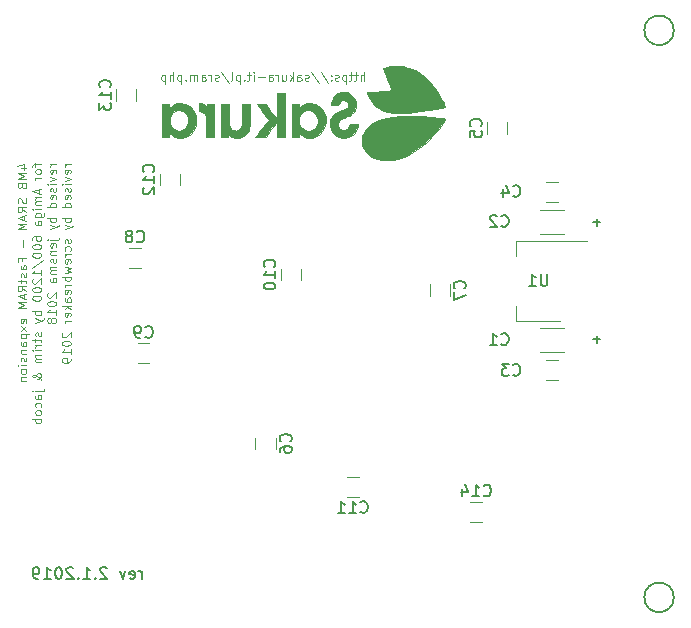
<source format=gbo>
G04 #@! TF.GenerationSoftware,KiCad,Pcbnew,5.1.2-f72e74a~84~ubuntu16.04.1*
G04 #@! TF.CreationDate,2019-06-15T11:53:25+02:00*
G04 #@! TF.ProjectId,sakura,73616b75-7261-42e6-9b69-6361645f7063,2.1.2019*
G04 #@! TF.SameCoordinates,Original*
G04 #@! TF.FileFunction,Legend,Bot*
G04 #@! TF.FilePolarity,Positive*
%FSLAX46Y46*%
G04 Gerber Fmt 4.6, Leading zero omitted, Abs format (unit mm)*
G04 Created by KiCad (PCBNEW 5.1.2-f72e74a~84~ubuntu16.04.1) date 2019-06-15 11:53:25*
%MOMM*%
%LPD*%
G04 APERTURE LIST*
%ADD10C,0.200000*%
%ADD11C,0.125000*%
%ADD12C,0.150000*%
%ADD13C,0.010000*%
%ADD14C,0.120000*%
%ADD15R,4.100000X0.900000*%
%ADD16C,0.900000*%
%ADD17C,1.000000*%
%ADD18R,1.600000X1.350000*%
%ADD19R,1.350000X1.600000*%
%ADD20R,2.100000X1.700000*%
%ADD21R,2.100000X1.600000*%
%ADD22R,2.100000X3.900000*%
%ADD23O,1.800000X1.800000*%
%ADD24R,1.800000X1.800000*%
G04 APERTURE END LIST*
D10*
X132869888Y-129077150D02*
X132869888Y-128410484D01*
X132869888Y-128600960D02*
X132822269Y-128505722D01*
X132774650Y-128458103D01*
X132679411Y-128410484D01*
X132584173Y-128410484D01*
X131869888Y-129029531D02*
X131965126Y-129077150D01*
X132155602Y-129077150D01*
X132250840Y-129029531D01*
X132298459Y-128934293D01*
X132298459Y-128553341D01*
X132250840Y-128458103D01*
X132155602Y-128410484D01*
X131965126Y-128410484D01*
X131869888Y-128458103D01*
X131822269Y-128553341D01*
X131822269Y-128648579D01*
X132298459Y-128743817D01*
X131488935Y-128410484D02*
X131250840Y-129077150D01*
X131012745Y-128410484D01*
X129917507Y-128172389D02*
X129869888Y-128124770D01*
X129774650Y-128077150D01*
X129536554Y-128077150D01*
X129441316Y-128124770D01*
X129393697Y-128172389D01*
X129346078Y-128267627D01*
X129346078Y-128362865D01*
X129393697Y-128505722D01*
X129965126Y-129077150D01*
X129346078Y-129077150D01*
X128917507Y-128981912D02*
X128869888Y-129029531D01*
X128917507Y-129077150D01*
X128965126Y-129029531D01*
X128917507Y-128981912D01*
X128917507Y-129077150D01*
X127917507Y-129077150D02*
X128488935Y-129077150D01*
X128203221Y-129077150D02*
X128203221Y-128077150D01*
X128298459Y-128220008D01*
X128393697Y-128315246D01*
X128488935Y-128362865D01*
X127488935Y-128981912D02*
X127441316Y-129029531D01*
X127488935Y-129077150D01*
X127536554Y-129029531D01*
X127488935Y-128981912D01*
X127488935Y-129077150D01*
X127060364Y-128172389D02*
X127012745Y-128124770D01*
X126917507Y-128077150D01*
X126679411Y-128077150D01*
X126584173Y-128124770D01*
X126536554Y-128172389D01*
X126488935Y-128267627D01*
X126488935Y-128362865D01*
X126536554Y-128505722D01*
X127107983Y-129077150D01*
X126488935Y-129077150D01*
X125869888Y-128077150D02*
X125774650Y-128077150D01*
X125679411Y-128124770D01*
X125631792Y-128172389D01*
X125584173Y-128267627D01*
X125536554Y-128458103D01*
X125536554Y-128696198D01*
X125584173Y-128886674D01*
X125631792Y-128981912D01*
X125679411Y-129029531D01*
X125774650Y-129077150D01*
X125869888Y-129077150D01*
X125965126Y-129029531D01*
X126012745Y-128981912D01*
X126060364Y-128886674D01*
X126107983Y-128696198D01*
X126107983Y-128458103D01*
X126060364Y-128267627D01*
X126012745Y-128172389D01*
X125965126Y-128124770D01*
X125869888Y-128077150D01*
X124584173Y-129077150D02*
X125155602Y-129077150D01*
X124869888Y-129077150D02*
X124869888Y-128077150D01*
X124965126Y-128220008D01*
X125060364Y-128315246D01*
X125155602Y-128362865D01*
X124107983Y-129077150D02*
X123917507Y-129077150D01*
X123822269Y-129029531D01*
X123774650Y-128981912D01*
X123679411Y-128839055D01*
X123631792Y-128648579D01*
X123631792Y-128267627D01*
X123679411Y-128172389D01*
X123727030Y-128124770D01*
X123822269Y-128077150D01*
X124012745Y-128077150D01*
X124107983Y-128124770D01*
X124155602Y-128172389D01*
X124203221Y-128267627D01*
X124203221Y-128505722D01*
X124155602Y-128600960D01*
X124107983Y-128648579D01*
X124012745Y-128696198D01*
X123822269Y-128696198D01*
X123727030Y-128648579D01*
X123679411Y-128600960D01*
X123631792Y-128505722D01*
X171683211Y-108801332D02*
X171073688Y-108801332D01*
X171378450Y-109106094D02*
X171378450Y-108496570D01*
X171683211Y-98869932D02*
X171073688Y-98869932D01*
X171378450Y-99174694D02*
X171378450Y-98565170D01*
D11*
X122606735Y-94311040D02*
X123106735Y-94311040D01*
X122321021Y-94132468D02*
X122856735Y-93953897D01*
X122856735Y-94418182D01*
X123106735Y-94703897D02*
X122356735Y-94703897D01*
X122892450Y-94953897D01*
X122356735Y-95203897D01*
X123106735Y-95203897D01*
X122713878Y-95811040D02*
X122749592Y-95918182D01*
X122785307Y-95953897D01*
X122856735Y-95989611D01*
X122963878Y-95989611D01*
X123035307Y-95953897D01*
X123071021Y-95918182D01*
X123106735Y-95846754D01*
X123106735Y-95561040D01*
X122356735Y-95561040D01*
X122356735Y-95811040D01*
X122392450Y-95882468D01*
X122428164Y-95918182D01*
X122499592Y-95953897D01*
X122571021Y-95953897D01*
X122642450Y-95918182D01*
X122678164Y-95882468D01*
X122713878Y-95811040D01*
X122713878Y-95561040D01*
X123071021Y-96846754D02*
X123106735Y-96953897D01*
X123106735Y-97132468D01*
X123071021Y-97203897D01*
X123035307Y-97239611D01*
X122963878Y-97275325D01*
X122892450Y-97275325D01*
X122821021Y-97239611D01*
X122785307Y-97203897D01*
X122749592Y-97132468D01*
X122713878Y-96989611D01*
X122678164Y-96918182D01*
X122642450Y-96882468D01*
X122571021Y-96846754D01*
X122499592Y-96846754D01*
X122428164Y-96882468D01*
X122392450Y-96918182D01*
X122356735Y-96989611D01*
X122356735Y-97168182D01*
X122392450Y-97275325D01*
X123106735Y-98025325D02*
X122749592Y-97775325D01*
X123106735Y-97596754D02*
X122356735Y-97596754D01*
X122356735Y-97882468D01*
X122392450Y-97953897D01*
X122428164Y-97989611D01*
X122499592Y-98025325D01*
X122606735Y-98025325D01*
X122678164Y-97989611D01*
X122713878Y-97953897D01*
X122749592Y-97882468D01*
X122749592Y-97596754D01*
X122892450Y-98311040D02*
X122892450Y-98668182D01*
X123106735Y-98239611D02*
X122356735Y-98489611D01*
X123106735Y-98739611D01*
X123106735Y-98989611D02*
X122356735Y-98989611D01*
X122892450Y-99239611D01*
X122356735Y-99489611D01*
X123106735Y-99489611D01*
X122821021Y-100418182D02*
X122821021Y-100989611D01*
X122713878Y-102168182D02*
X122713878Y-101918182D01*
X123106735Y-101918182D02*
X122356735Y-101918182D01*
X122356735Y-102275325D01*
X123106735Y-102882468D02*
X122713878Y-102882468D01*
X122642450Y-102846754D01*
X122606735Y-102775325D01*
X122606735Y-102632468D01*
X122642450Y-102561040D01*
X123071021Y-102882468D02*
X123106735Y-102811040D01*
X123106735Y-102632468D01*
X123071021Y-102561040D01*
X122999592Y-102525325D01*
X122928164Y-102525325D01*
X122856735Y-102561040D01*
X122821021Y-102632468D01*
X122821021Y-102811040D01*
X122785307Y-102882468D01*
X123071021Y-103203897D02*
X123106735Y-103275325D01*
X123106735Y-103418182D01*
X123071021Y-103489611D01*
X122999592Y-103525325D01*
X122963878Y-103525325D01*
X122892450Y-103489611D01*
X122856735Y-103418182D01*
X122856735Y-103311040D01*
X122821021Y-103239611D01*
X122749592Y-103203897D01*
X122713878Y-103203897D01*
X122642450Y-103239611D01*
X122606735Y-103311040D01*
X122606735Y-103418182D01*
X122642450Y-103489611D01*
X122606735Y-103739611D02*
X122606735Y-104025325D01*
X122356735Y-103846754D02*
X122999592Y-103846754D01*
X123071021Y-103882468D01*
X123106735Y-103953897D01*
X123106735Y-104025325D01*
X123106735Y-104703897D02*
X122749592Y-104453897D01*
X123106735Y-104275325D02*
X122356735Y-104275325D01*
X122356735Y-104561040D01*
X122392450Y-104632468D01*
X122428164Y-104668182D01*
X122499592Y-104703897D01*
X122606735Y-104703897D01*
X122678164Y-104668182D01*
X122713878Y-104632468D01*
X122749592Y-104561040D01*
X122749592Y-104275325D01*
X122892450Y-104989611D02*
X122892450Y-105346754D01*
X123106735Y-104918182D02*
X122356735Y-105168182D01*
X123106735Y-105418182D01*
X123106735Y-105668182D02*
X122356735Y-105668182D01*
X122892450Y-105918182D01*
X122356735Y-106168182D01*
X123106735Y-106168182D01*
X123071021Y-107382468D02*
X123106735Y-107311040D01*
X123106735Y-107168182D01*
X123071021Y-107096754D01*
X122999592Y-107061040D01*
X122713878Y-107061040D01*
X122642450Y-107096754D01*
X122606735Y-107168182D01*
X122606735Y-107311040D01*
X122642450Y-107382468D01*
X122713878Y-107418182D01*
X122785307Y-107418182D01*
X122856735Y-107061040D01*
X123106735Y-107668182D02*
X122606735Y-108061040D01*
X122606735Y-107668182D02*
X123106735Y-108061040D01*
X122606735Y-108346754D02*
X123356735Y-108346754D01*
X122642450Y-108346754D02*
X122606735Y-108418182D01*
X122606735Y-108561040D01*
X122642450Y-108632468D01*
X122678164Y-108668182D01*
X122749592Y-108703897D01*
X122963878Y-108703897D01*
X123035307Y-108668182D01*
X123071021Y-108632468D01*
X123106735Y-108561040D01*
X123106735Y-108418182D01*
X123071021Y-108346754D01*
X123106735Y-109346754D02*
X122713878Y-109346754D01*
X122642450Y-109311040D01*
X122606735Y-109239611D01*
X122606735Y-109096754D01*
X122642450Y-109025325D01*
X123071021Y-109346754D02*
X123106735Y-109275325D01*
X123106735Y-109096754D01*
X123071021Y-109025325D01*
X122999592Y-108989611D01*
X122928164Y-108989611D01*
X122856735Y-109025325D01*
X122821021Y-109096754D01*
X122821021Y-109275325D01*
X122785307Y-109346754D01*
X122606735Y-109703897D02*
X123106735Y-109703897D01*
X122678164Y-109703897D02*
X122642450Y-109739611D01*
X122606735Y-109811040D01*
X122606735Y-109918182D01*
X122642450Y-109989611D01*
X122713878Y-110025325D01*
X123106735Y-110025325D01*
X123071021Y-110346754D02*
X123106735Y-110418182D01*
X123106735Y-110561040D01*
X123071021Y-110632468D01*
X122999592Y-110668182D01*
X122963878Y-110668182D01*
X122892450Y-110632468D01*
X122856735Y-110561040D01*
X122856735Y-110453897D01*
X122821021Y-110382468D01*
X122749592Y-110346754D01*
X122713878Y-110346754D01*
X122642450Y-110382468D01*
X122606735Y-110453897D01*
X122606735Y-110561040D01*
X122642450Y-110632468D01*
X123106735Y-110989611D02*
X122606735Y-110989611D01*
X122356735Y-110989611D02*
X122392450Y-110953897D01*
X122428164Y-110989611D01*
X122392450Y-111025325D01*
X122356735Y-110989611D01*
X122428164Y-110989611D01*
X123106735Y-111453897D02*
X123071021Y-111382468D01*
X123035307Y-111346754D01*
X122963878Y-111311040D01*
X122749592Y-111311040D01*
X122678164Y-111346754D01*
X122642450Y-111382468D01*
X122606735Y-111453897D01*
X122606735Y-111561040D01*
X122642450Y-111632468D01*
X122678164Y-111668182D01*
X122749592Y-111703897D01*
X122963878Y-111703897D01*
X123035307Y-111668182D01*
X123071021Y-111632468D01*
X123106735Y-111561040D01*
X123106735Y-111453897D01*
X122606735Y-112025325D02*
X123106735Y-112025325D01*
X122678164Y-112025325D02*
X122642450Y-112061040D01*
X122606735Y-112132468D01*
X122606735Y-112239611D01*
X122642450Y-112311040D01*
X122713878Y-112346754D01*
X123106735Y-112346754D01*
X123856735Y-93882468D02*
X123856735Y-94168182D01*
X124356735Y-93989611D02*
X123713878Y-93989611D01*
X123642450Y-94025325D01*
X123606735Y-94096754D01*
X123606735Y-94168182D01*
X124356735Y-94525325D02*
X124321021Y-94453897D01*
X124285307Y-94418182D01*
X124213878Y-94382468D01*
X123999592Y-94382468D01*
X123928164Y-94418182D01*
X123892450Y-94453897D01*
X123856735Y-94525325D01*
X123856735Y-94632468D01*
X123892450Y-94703897D01*
X123928164Y-94739611D01*
X123999592Y-94775325D01*
X124213878Y-94775325D01*
X124285307Y-94739611D01*
X124321021Y-94703897D01*
X124356735Y-94632468D01*
X124356735Y-94525325D01*
X124356735Y-95096754D02*
X123856735Y-95096754D01*
X123999592Y-95096754D02*
X123928164Y-95132468D01*
X123892450Y-95168182D01*
X123856735Y-95239611D01*
X123856735Y-95311040D01*
X124142450Y-96096754D02*
X124142450Y-96453897D01*
X124356735Y-96025325D02*
X123606735Y-96275325D01*
X124356735Y-96525325D01*
X124356735Y-96775325D02*
X123856735Y-96775325D01*
X123928164Y-96775325D02*
X123892450Y-96811040D01*
X123856735Y-96882468D01*
X123856735Y-96989611D01*
X123892450Y-97061040D01*
X123963878Y-97096754D01*
X124356735Y-97096754D01*
X123963878Y-97096754D02*
X123892450Y-97132468D01*
X123856735Y-97203897D01*
X123856735Y-97311040D01*
X123892450Y-97382468D01*
X123963878Y-97418182D01*
X124356735Y-97418182D01*
X124356735Y-97775325D02*
X123856735Y-97775325D01*
X123606735Y-97775325D02*
X123642450Y-97739611D01*
X123678164Y-97775325D01*
X123642450Y-97811040D01*
X123606735Y-97775325D01*
X123678164Y-97775325D01*
X123856735Y-98453897D02*
X124463878Y-98453897D01*
X124535307Y-98418182D01*
X124571021Y-98382468D01*
X124606735Y-98311040D01*
X124606735Y-98203897D01*
X124571021Y-98132468D01*
X124321021Y-98453897D02*
X124356735Y-98382468D01*
X124356735Y-98239611D01*
X124321021Y-98168182D01*
X124285307Y-98132468D01*
X124213878Y-98096754D01*
X123999592Y-98096754D01*
X123928164Y-98132468D01*
X123892450Y-98168182D01*
X123856735Y-98239611D01*
X123856735Y-98382468D01*
X123892450Y-98453897D01*
X124356735Y-99132468D02*
X123963878Y-99132468D01*
X123892450Y-99096754D01*
X123856735Y-99025325D01*
X123856735Y-98882468D01*
X123892450Y-98811040D01*
X124321021Y-99132468D02*
X124356735Y-99061040D01*
X124356735Y-98882468D01*
X124321021Y-98811040D01*
X124249592Y-98775325D01*
X124178164Y-98775325D01*
X124106735Y-98811040D01*
X124071021Y-98882468D01*
X124071021Y-99061040D01*
X124035307Y-99132468D01*
X123606735Y-100382468D02*
X123606735Y-100239611D01*
X123642450Y-100168182D01*
X123678164Y-100132468D01*
X123785307Y-100061040D01*
X123928164Y-100025325D01*
X124213878Y-100025325D01*
X124285307Y-100061040D01*
X124321021Y-100096754D01*
X124356735Y-100168182D01*
X124356735Y-100311040D01*
X124321021Y-100382468D01*
X124285307Y-100418182D01*
X124213878Y-100453897D01*
X124035307Y-100453897D01*
X123963878Y-100418182D01*
X123928164Y-100382468D01*
X123892450Y-100311040D01*
X123892450Y-100168182D01*
X123928164Y-100096754D01*
X123963878Y-100061040D01*
X124035307Y-100025325D01*
X123606735Y-100918182D02*
X123606735Y-100989611D01*
X123642450Y-101061040D01*
X123678164Y-101096754D01*
X123749592Y-101132468D01*
X123892450Y-101168182D01*
X124071021Y-101168182D01*
X124213878Y-101132468D01*
X124285307Y-101096754D01*
X124321021Y-101061040D01*
X124356735Y-100989611D01*
X124356735Y-100918182D01*
X124321021Y-100846754D01*
X124285307Y-100811040D01*
X124213878Y-100775325D01*
X124071021Y-100739611D01*
X123892450Y-100739611D01*
X123749592Y-100775325D01*
X123678164Y-100811040D01*
X123642450Y-100846754D01*
X123606735Y-100918182D01*
X123606735Y-101632468D02*
X123606735Y-101703897D01*
X123642450Y-101775325D01*
X123678164Y-101811040D01*
X123749592Y-101846754D01*
X123892450Y-101882468D01*
X124071021Y-101882468D01*
X124213878Y-101846754D01*
X124285307Y-101811040D01*
X124321021Y-101775325D01*
X124356735Y-101703897D01*
X124356735Y-101632468D01*
X124321021Y-101561040D01*
X124285307Y-101525325D01*
X124213878Y-101489611D01*
X124071021Y-101453897D01*
X123892450Y-101453897D01*
X123749592Y-101489611D01*
X123678164Y-101525325D01*
X123642450Y-101561040D01*
X123606735Y-101632468D01*
X123571021Y-102739611D02*
X124535307Y-102096754D01*
X124356735Y-103382468D02*
X124356735Y-102953897D01*
X124356735Y-103168182D02*
X123606735Y-103168182D01*
X123713878Y-103096754D01*
X123785307Y-103025325D01*
X123821021Y-102953897D01*
X123678164Y-103668182D02*
X123642450Y-103703897D01*
X123606735Y-103775325D01*
X123606735Y-103953897D01*
X123642450Y-104025325D01*
X123678164Y-104061040D01*
X123749592Y-104096754D01*
X123821021Y-104096754D01*
X123928164Y-104061040D01*
X124356735Y-103632468D01*
X124356735Y-104096754D01*
X123606735Y-104561040D02*
X123606735Y-104632468D01*
X123642450Y-104703897D01*
X123678164Y-104739611D01*
X123749592Y-104775325D01*
X123892450Y-104811040D01*
X124071021Y-104811040D01*
X124213878Y-104775325D01*
X124285307Y-104739611D01*
X124321021Y-104703897D01*
X124356735Y-104632468D01*
X124356735Y-104561040D01*
X124321021Y-104489611D01*
X124285307Y-104453897D01*
X124213878Y-104418182D01*
X124071021Y-104382468D01*
X123892450Y-104382468D01*
X123749592Y-104418182D01*
X123678164Y-104453897D01*
X123642450Y-104489611D01*
X123606735Y-104561040D01*
X123606735Y-105275325D02*
X123606735Y-105346754D01*
X123642450Y-105418182D01*
X123678164Y-105453897D01*
X123749592Y-105489611D01*
X123892450Y-105525325D01*
X124071021Y-105525325D01*
X124213878Y-105489611D01*
X124285307Y-105453897D01*
X124321021Y-105418182D01*
X124356735Y-105346754D01*
X124356735Y-105275325D01*
X124321021Y-105203897D01*
X124285307Y-105168182D01*
X124213878Y-105132468D01*
X124071021Y-105096754D01*
X123892450Y-105096754D01*
X123749592Y-105132468D01*
X123678164Y-105168182D01*
X123642450Y-105203897D01*
X123606735Y-105275325D01*
X124356735Y-106418182D02*
X123606735Y-106418182D01*
X123892450Y-106418182D02*
X123856735Y-106489611D01*
X123856735Y-106632468D01*
X123892450Y-106703897D01*
X123928164Y-106739611D01*
X123999592Y-106775325D01*
X124213878Y-106775325D01*
X124285307Y-106739611D01*
X124321021Y-106703897D01*
X124356735Y-106632468D01*
X124356735Y-106489611D01*
X124321021Y-106418182D01*
X123856735Y-107025325D02*
X124356735Y-107203897D01*
X123856735Y-107382468D02*
X124356735Y-107203897D01*
X124535307Y-107132468D01*
X124571021Y-107096754D01*
X124606735Y-107025325D01*
X124321021Y-108203897D02*
X124356735Y-108275325D01*
X124356735Y-108418182D01*
X124321021Y-108489611D01*
X124249592Y-108525325D01*
X124213878Y-108525325D01*
X124142450Y-108489611D01*
X124106735Y-108418182D01*
X124106735Y-108311040D01*
X124071021Y-108239611D01*
X123999592Y-108203897D01*
X123963878Y-108203897D01*
X123892450Y-108239611D01*
X123856735Y-108311040D01*
X123856735Y-108418182D01*
X123892450Y-108489611D01*
X123856735Y-108739611D02*
X123856735Y-109025325D01*
X123606735Y-108846754D02*
X124249592Y-108846754D01*
X124321021Y-108882468D01*
X124356735Y-108953897D01*
X124356735Y-109025325D01*
X124356735Y-109275325D02*
X123856735Y-109275325D01*
X123999592Y-109275325D02*
X123928164Y-109311040D01*
X123892450Y-109346754D01*
X123856735Y-109418182D01*
X123856735Y-109489611D01*
X124356735Y-109739611D02*
X123856735Y-109739611D01*
X123606735Y-109739611D02*
X123642450Y-109703897D01*
X123678164Y-109739611D01*
X123642450Y-109775325D01*
X123606735Y-109739611D01*
X123678164Y-109739611D01*
X124356735Y-110096754D02*
X123856735Y-110096754D01*
X123928164Y-110096754D02*
X123892450Y-110132468D01*
X123856735Y-110203897D01*
X123856735Y-110311040D01*
X123892450Y-110382468D01*
X123963878Y-110418182D01*
X124356735Y-110418182D01*
X123963878Y-110418182D02*
X123892450Y-110453897D01*
X123856735Y-110525325D01*
X123856735Y-110632468D01*
X123892450Y-110703897D01*
X123963878Y-110739611D01*
X124356735Y-110739611D01*
X124356735Y-112275325D02*
X124356735Y-112239611D01*
X124321021Y-112168182D01*
X124213878Y-112061040D01*
X123999592Y-111882468D01*
X123892450Y-111811040D01*
X123785307Y-111775325D01*
X123713878Y-111775325D01*
X123642450Y-111811040D01*
X123606735Y-111882468D01*
X123606735Y-111918182D01*
X123642450Y-111989611D01*
X123713878Y-112025325D01*
X123749592Y-112025325D01*
X123821021Y-111989611D01*
X123856735Y-111953897D01*
X123999592Y-111739611D01*
X124035307Y-111703897D01*
X124106735Y-111668182D01*
X124213878Y-111668182D01*
X124285307Y-111703897D01*
X124321021Y-111739611D01*
X124356735Y-111811040D01*
X124356735Y-111918182D01*
X124321021Y-111989611D01*
X124285307Y-112025325D01*
X124142450Y-112132468D01*
X124035307Y-112168182D01*
X123963878Y-112168182D01*
X123856735Y-113168182D02*
X124499592Y-113168182D01*
X124571021Y-113132468D01*
X124606735Y-113061040D01*
X124606735Y-113025325D01*
X123606735Y-113168182D02*
X123642450Y-113132468D01*
X123678164Y-113168182D01*
X123642450Y-113203897D01*
X123606735Y-113168182D01*
X123678164Y-113168182D01*
X124356735Y-113846754D02*
X123963878Y-113846754D01*
X123892450Y-113811040D01*
X123856735Y-113739611D01*
X123856735Y-113596754D01*
X123892450Y-113525325D01*
X124321021Y-113846754D02*
X124356735Y-113775325D01*
X124356735Y-113596754D01*
X124321021Y-113525325D01*
X124249592Y-113489611D01*
X124178164Y-113489611D01*
X124106735Y-113525325D01*
X124071021Y-113596754D01*
X124071021Y-113775325D01*
X124035307Y-113846754D01*
X124321021Y-114525325D02*
X124356735Y-114453897D01*
X124356735Y-114311040D01*
X124321021Y-114239611D01*
X124285307Y-114203897D01*
X124213878Y-114168182D01*
X123999592Y-114168182D01*
X123928164Y-114203897D01*
X123892450Y-114239611D01*
X123856735Y-114311040D01*
X123856735Y-114453897D01*
X123892450Y-114525325D01*
X124356735Y-114953897D02*
X124321021Y-114882468D01*
X124285307Y-114846754D01*
X124213878Y-114811040D01*
X123999592Y-114811040D01*
X123928164Y-114846754D01*
X123892450Y-114882468D01*
X123856735Y-114953897D01*
X123856735Y-115061040D01*
X123892450Y-115132468D01*
X123928164Y-115168182D01*
X123999592Y-115203897D01*
X124213878Y-115203897D01*
X124285307Y-115168182D01*
X124321021Y-115132468D01*
X124356735Y-115061040D01*
X124356735Y-114953897D01*
X124356735Y-115525325D02*
X123606735Y-115525325D01*
X123892450Y-115525325D02*
X123856735Y-115596754D01*
X123856735Y-115739611D01*
X123892450Y-115811040D01*
X123928164Y-115846754D01*
X123999592Y-115882468D01*
X124213878Y-115882468D01*
X124285307Y-115846754D01*
X124321021Y-115811040D01*
X124356735Y-115739611D01*
X124356735Y-115596754D01*
X124321021Y-115525325D01*
X125606735Y-93989611D02*
X125106735Y-93989611D01*
X125249592Y-93989611D02*
X125178164Y-94025325D01*
X125142450Y-94061040D01*
X125106735Y-94132468D01*
X125106735Y-94203897D01*
X125571021Y-94739611D02*
X125606735Y-94668182D01*
X125606735Y-94525325D01*
X125571021Y-94453897D01*
X125499592Y-94418182D01*
X125213878Y-94418182D01*
X125142450Y-94453897D01*
X125106735Y-94525325D01*
X125106735Y-94668182D01*
X125142450Y-94739611D01*
X125213878Y-94775325D01*
X125285307Y-94775325D01*
X125356735Y-94418182D01*
X125106735Y-95025325D02*
X125606735Y-95203897D01*
X125106735Y-95382468D01*
X125606735Y-95668182D02*
X125106735Y-95668182D01*
X124856735Y-95668182D02*
X124892450Y-95632468D01*
X124928164Y-95668182D01*
X124892450Y-95703897D01*
X124856735Y-95668182D01*
X124928164Y-95668182D01*
X125571021Y-95989611D02*
X125606735Y-96061040D01*
X125606735Y-96203897D01*
X125571021Y-96275325D01*
X125499592Y-96311040D01*
X125463878Y-96311040D01*
X125392450Y-96275325D01*
X125356735Y-96203897D01*
X125356735Y-96096754D01*
X125321021Y-96025325D01*
X125249592Y-95989611D01*
X125213878Y-95989611D01*
X125142450Y-96025325D01*
X125106735Y-96096754D01*
X125106735Y-96203897D01*
X125142450Y-96275325D01*
X125571021Y-96918182D02*
X125606735Y-96846754D01*
X125606735Y-96703897D01*
X125571021Y-96632468D01*
X125499592Y-96596754D01*
X125213878Y-96596754D01*
X125142450Y-96632468D01*
X125106735Y-96703897D01*
X125106735Y-96846754D01*
X125142450Y-96918182D01*
X125213878Y-96953897D01*
X125285307Y-96953897D01*
X125356735Y-96596754D01*
X125606735Y-97596754D02*
X124856735Y-97596754D01*
X125571021Y-97596754D02*
X125606735Y-97525325D01*
X125606735Y-97382468D01*
X125571021Y-97311040D01*
X125535307Y-97275325D01*
X125463878Y-97239611D01*
X125249592Y-97239611D01*
X125178164Y-97275325D01*
X125142450Y-97311040D01*
X125106735Y-97382468D01*
X125106735Y-97525325D01*
X125142450Y-97596754D01*
X125606735Y-98525325D02*
X124856735Y-98525325D01*
X125142450Y-98525325D02*
X125106735Y-98596754D01*
X125106735Y-98739611D01*
X125142450Y-98811040D01*
X125178164Y-98846754D01*
X125249592Y-98882468D01*
X125463878Y-98882468D01*
X125535307Y-98846754D01*
X125571021Y-98811040D01*
X125606735Y-98739611D01*
X125606735Y-98596754D01*
X125571021Y-98525325D01*
X125106735Y-99132468D02*
X125606735Y-99311040D01*
X125106735Y-99489611D02*
X125606735Y-99311040D01*
X125785307Y-99239611D01*
X125821021Y-99203897D01*
X125856735Y-99132468D01*
X125106735Y-100346754D02*
X125749592Y-100346754D01*
X125821021Y-100311040D01*
X125856735Y-100239611D01*
X125856735Y-100203897D01*
X124856735Y-100346754D02*
X124892450Y-100311040D01*
X124928164Y-100346754D01*
X124892450Y-100382468D01*
X124856735Y-100346754D01*
X124928164Y-100346754D01*
X125571021Y-100989611D02*
X125606735Y-100918182D01*
X125606735Y-100775325D01*
X125571021Y-100703897D01*
X125499592Y-100668182D01*
X125213878Y-100668182D01*
X125142450Y-100703897D01*
X125106735Y-100775325D01*
X125106735Y-100918182D01*
X125142450Y-100989611D01*
X125213878Y-101025325D01*
X125285307Y-101025325D01*
X125356735Y-100668182D01*
X125106735Y-101346754D02*
X125606735Y-101346754D01*
X125178164Y-101346754D02*
X125142450Y-101382468D01*
X125106735Y-101453897D01*
X125106735Y-101561040D01*
X125142450Y-101632468D01*
X125213878Y-101668182D01*
X125606735Y-101668182D01*
X125571021Y-101989611D02*
X125606735Y-102061040D01*
X125606735Y-102203897D01*
X125571021Y-102275325D01*
X125499592Y-102311040D01*
X125463878Y-102311040D01*
X125392450Y-102275325D01*
X125356735Y-102203897D01*
X125356735Y-102096754D01*
X125321021Y-102025325D01*
X125249592Y-101989611D01*
X125213878Y-101989611D01*
X125142450Y-102025325D01*
X125106735Y-102096754D01*
X125106735Y-102203897D01*
X125142450Y-102275325D01*
X125606735Y-102632468D02*
X125106735Y-102632468D01*
X125178164Y-102632468D02*
X125142450Y-102668182D01*
X125106735Y-102739611D01*
X125106735Y-102846754D01*
X125142450Y-102918182D01*
X125213878Y-102953897D01*
X125606735Y-102953897D01*
X125213878Y-102953897D02*
X125142450Y-102989611D01*
X125106735Y-103061040D01*
X125106735Y-103168182D01*
X125142450Y-103239611D01*
X125213878Y-103275325D01*
X125606735Y-103275325D01*
X125606735Y-103953897D02*
X125213878Y-103953897D01*
X125142450Y-103918182D01*
X125106735Y-103846754D01*
X125106735Y-103703897D01*
X125142450Y-103632468D01*
X125571021Y-103953897D02*
X125606735Y-103882468D01*
X125606735Y-103703897D01*
X125571021Y-103632468D01*
X125499592Y-103596754D01*
X125428164Y-103596754D01*
X125356735Y-103632468D01*
X125321021Y-103703897D01*
X125321021Y-103882468D01*
X125285307Y-103953897D01*
X124928164Y-104846754D02*
X124892450Y-104882468D01*
X124856735Y-104953897D01*
X124856735Y-105132468D01*
X124892450Y-105203897D01*
X124928164Y-105239611D01*
X124999592Y-105275325D01*
X125071021Y-105275325D01*
X125178164Y-105239611D01*
X125606735Y-104811040D01*
X125606735Y-105275325D01*
X124856735Y-105739611D02*
X124856735Y-105811040D01*
X124892450Y-105882468D01*
X124928164Y-105918182D01*
X124999592Y-105953897D01*
X125142450Y-105989611D01*
X125321021Y-105989611D01*
X125463878Y-105953897D01*
X125535307Y-105918182D01*
X125571021Y-105882468D01*
X125606735Y-105811040D01*
X125606735Y-105739611D01*
X125571021Y-105668182D01*
X125535307Y-105632468D01*
X125463878Y-105596754D01*
X125321021Y-105561040D01*
X125142450Y-105561040D01*
X124999592Y-105596754D01*
X124928164Y-105632468D01*
X124892450Y-105668182D01*
X124856735Y-105739611D01*
X125606735Y-106703897D02*
X125606735Y-106275325D01*
X125606735Y-106489611D02*
X124856735Y-106489611D01*
X124963878Y-106418182D01*
X125035307Y-106346754D01*
X125071021Y-106275325D01*
X125178164Y-107132468D02*
X125142450Y-107061040D01*
X125106735Y-107025325D01*
X125035307Y-106989611D01*
X124999592Y-106989611D01*
X124928164Y-107025325D01*
X124892450Y-107061040D01*
X124856735Y-107132468D01*
X124856735Y-107275325D01*
X124892450Y-107346754D01*
X124928164Y-107382468D01*
X124999592Y-107418182D01*
X125035307Y-107418182D01*
X125106735Y-107382468D01*
X125142450Y-107346754D01*
X125178164Y-107275325D01*
X125178164Y-107132468D01*
X125213878Y-107061040D01*
X125249592Y-107025325D01*
X125321021Y-106989611D01*
X125463878Y-106989611D01*
X125535307Y-107025325D01*
X125571021Y-107061040D01*
X125606735Y-107132468D01*
X125606735Y-107275325D01*
X125571021Y-107346754D01*
X125535307Y-107382468D01*
X125463878Y-107418182D01*
X125321021Y-107418182D01*
X125249592Y-107382468D01*
X125213878Y-107346754D01*
X125178164Y-107275325D01*
X126856735Y-93989611D02*
X126356735Y-93989611D01*
X126499592Y-93989611D02*
X126428164Y-94025325D01*
X126392450Y-94061040D01*
X126356735Y-94132468D01*
X126356735Y-94203897D01*
X126821021Y-94739611D02*
X126856735Y-94668182D01*
X126856735Y-94525325D01*
X126821021Y-94453897D01*
X126749592Y-94418182D01*
X126463878Y-94418182D01*
X126392450Y-94453897D01*
X126356735Y-94525325D01*
X126356735Y-94668182D01*
X126392450Y-94739611D01*
X126463878Y-94775325D01*
X126535307Y-94775325D01*
X126606735Y-94418182D01*
X126356735Y-95025325D02*
X126856735Y-95203897D01*
X126356735Y-95382468D01*
X126856735Y-95668182D02*
X126356735Y-95668182D01*
X126106735Y-95668182D02*
X126142450Y-95632468D01*
X126178164Y-95668182D01*
X126142450Y-95703897D01*
X126106735Y-95668182D01*
X126178164Y-95668182D01*
X126821021Y-95989611D02*
X126856735Y-96061040D01*
X126856735Y-96203897D01*
X126821021Y-96275325D01*
X126749592Y-96311040D01*
X126713878Y-96311040D01*
X126642450Y-96275325D01*
X126606735Y-96203897D01*
X126606735Y-96096754D01*
X126571021Y-96025325D01*
X126499592Y-95989611D01*
X126463878Y-95989611D01*
X126392450Y-96025325D01*
X126356735Y-96096754D01*
X126356735Y-96203897D01*
X126392450Y-96275325D01*
X126821021Y-96918182D02*
X126856735Y-96846754D01*
X126856735Y-96703897D01*
X126821021Y-96632468D01*
X126749592Y-96596754D01*
X126463878Y-96596754D01*
X126392450Y-96632468D01*
X126356735Y-96703897D01*
X126356735Y-96846754D01*
X126392450Y-96918182D01*
X126463878Y-96953897D01*
X126535307Y-96953897D01*
X126606735Y-96596754D01*
X126856735Y-97596754D02*
X126106735Y-97596754D01*
X126821021Y-97596754D02*
X126856735Y-97525325D01*
X126856735Y-97382468D01*
X126821021Y-97311040D01*
X126785307Y-97275325D01*
X126713878Y-97239611D01*
X126499592Y-97239611D01*
X126428164Y-97275325D01*
X126392450Y-97311040D01*
X126356735Y-97382468D01*
X126356735Y-97525325D01*
X126392450Y-97596754D01*
X126856735Y-98525325D02*
X126106735Y-98525325D01*
X126392450Y-98525325D02*
X126356735Y-98596754D01*
X126356735Y-98739611D01*
X126392450Y-98811040D01*
X126428164Y-98846754D01*
X126499592Y-98882468D01*
X126713878Y-98882468D01*
X126785307Y-98846754D01*
X126821021Y-98811040D01*
X126856735Y-98739611D01*
X126856735Y-98596754D01*
X126821021Y-98525325D01*
X126356735Y-99132468D02*
X126856735Y-99311040D01*
X126356735Y-99489611D02*
X126856735Y-99311040D01*
X127035307Y-99239611D01*
X127071021Y-99203897D01*
X127106735Y-99132468D01*
X126821021Y-100311040D02*
X126856735Y-100382468D01*
X126856735Y-100525325D01*
X126821021Y-100596754D01*
X126749592Y-100632468D01*
X126713878Y-100632468D01*
X126642450Y-100596754D01*
X126606735Y-100525325D01*
X126606735Y-100418182D01*
X126571021Y-100346754D01*
X126499592Y-100311040D01*
X126463878Y-100311040D01*
X126392450Y-100346754D01*
X126356735Y-100418182D01*
X126356735Y-100525325D01*
X126392450Y-100596754D01*
X126821021Y-101275325D02*
X126856735Y-101203897D01*
X126856735Y-101061040D01*
X126821021Y-100989611D01*
X126785307Y-100953897D01*
X126713878Y-100918182D01*
X126499592Y-100918182D01*
X126428164Y-100953897D01*
X126392450Y-100989611D01*
X126356735Y-101061040D01*
X126356735Y-101203897D01*
X126392450Y-101275325D01*
X126856735Y-101596754D02*
X126356735Y-101596754D01*
X126499592Y-101596754D02*
X126428164Y-101632468D01*
X126392450Y-101668182D01*
X126356735Y-101739611D01*
X126356735Y-101811040D01*
X126821021Y-102346754D02*
X126856735Y-102275325D01*
X126856735Y-102132468D01*
X126821021Y-102061040D01*
X126749592Y-102025325D01*
X126463878Y-102025325D01*
X126392450Y-102061040D01*
X126356735Y-102132468D01*
X126356735Y-102275325D01*
X126392450Y-102346754D01*
X126463878Y-102382468D01*
X126535307Y-102382468D01*
X126606735Y-102025325D01*
X126356735Y-102632468D02*
X126856735Y-102775325D01*
X126499592Y-102918182D01*
X126856735Y-103061040D01*
X126356735Y-103203897D01*
X126856735Y-103489611D02*
X126106735Y-103489611D01*
X126392450Y-103489611D02*
X126356735Y-103561040D01*
X126356735Y-103703897D01*
X126392450Y-103775325D01*
X126428164Y-103811040D01*
X126499592Y-103846754D01*
X126713878Y-103846754D01*
X126785307Y-103811040D01*
X126821021Y-103775325D01*
X126856735Y-103703897D01*
X126856735Y-103561040D01*
X126821021Y-103489611D01*
X126856735Y-104168182D02*
X126356735Y-104168182D01*
X126499592Y-104168182D02*
X126428164Y-104203897D01*
X126392450Y-104239611D01*
X126356735Y-104311040D01*
X126356735Y-104382468D01*
X126821021Y-104918182D02*
X126856735Y-104846754D01*
X126856735Y-104703897D01*
X126821021Y-104632468D01*
X126749592Y-104596754D01*
X126463878Y-104596754D01*
X126392450Y-104632468D01*
X126356735Y-104703897D01*
X126356735Y-104846754D01*
X126392450Y-104918182D01*
X126463878Y-104953897D01*
X126535307Y-104953897D01*
X126606735Y-104596754D01*
X126856735Y-105596754D02*
X126463878Y-105596754D01*
X126392450Y-105561040D01*
X126356735Y-105489611D01*
X126356735Y-105346754D01*
X126392450Y-105275325D01*
X126821021Y-105596754D02*
X126856735Y-105525325D01*
X126856735Y-105346754D01*
X126821021Y-105275325D01*
X126749592Y-105239611D01*
X126678164Y-105239611D01*
X126606735Y-105275325D01*
X126571021Y-105346754D01*
X126571021Y-105525325D01*
X126535307Y-105596754D01*
X126856735Y-105953897D02*
X126106735Y-105953897D01*
X126571021Y-106025325D02*
X126856735Y-106239611D01*
X126356735Y-106239611D02*
X126642450Y-105953897D01*
X126821021Y-106846754D02*
X126856735Y-106775325D01*
X126856735Y-106632468D01*
X126821021Y-106561040D01*
X126749592Y-106525325D01*
X126463878Y-106525325D01*
X126392450Y-106561040D01*
X126356735Y-106632468D01*
X126356735Y-106775325D01*
X126392450Y-106846754D01*
X126463878Y-106882468D01*
X126535307Y-106882468D01*
X126606735Y-106525325D01*
X126856735Y-107203897D02*
X126356735Y-107203897D01*
X126499592Y-107203897D02*
X126428164Y-107239611D01*
X126392450Y-107275325D01*
X126356735Y-107346754D01*
X126356735Y-107418182D01*
X126178164Y-108203897D02*
X126142450Y-108239611D01*
X126106735Y-108311040D01*
X126106735Y-108489611D01*
X126142450Y-108561040D01*
X126178164Y-108596754D01*
X126249592Y-108632468D01*
X126321021Y-108632468D01*
X126428164Y-108596754D01*
X126856735Y-108168182D01*
X126856735Y-108632468D01*
X126106735Y-109096754D02*
X126106735Y-109168182D01*
X126142450Y-109239611D01*
X126178164Y-109275325D01*
X126249592Y-109311040D01*
X126392450Y-109346754D01*
X126571021Y-109346754D01*
X126713878Y-109311040D01*
X126785307Y-109275325D01*
X126821021Y-109239611D01*
X126856735Y-109168182D01*
X126856735Y-109096754D01*
X126821021Y-109025325D01*
X126785307Y-108989611D01*
X126713878Y-108953897D01*
X126571021Y-108918182D01*
X126392450Y-108918182D01*
X126249592Y-108953897D01*
X126178164Y-108989611D01*
X126142450Y-109025325D01*
X126106735Y-109096754D01*
X126856735Y-110061040D02*
X126856735Y-109632468D01*
X126856735Y-109846754D02*
X126106735Y-109846754D01*
X126213878Y-109775325D01*
X126285307Y-109703897D01*
X126321021Y-109632468D01*
X126856735Y-110418182D02*
X126856735Y-110561040D01*
X126821021Y-110632468D01*
X126785307Y-110668182D01*
X126678164Y-110739611D01*
X126535307Y-110775325D01*
X126249592Y-110775325D01*
X126178164Y-110739611D01*
X126142450Y-110703897D01*
X126106735Y-110632468D01*
X126106735Y-110489611D01*
X126142450Y-110418182D01*
X126178164Y-110382468D01*
X126249592Y-110346754D01*
X126428164Y-110346754D01*
X126499592Y-110382468D01*
X126535307Y-110418182D01*
X126571021Y-110489611D01*
X126571021Y-110632468D01*
X126535307Y-110703897D01*
X126499592Y-110739611D01*
X126428164Y-110775325D01*
X151723735Y-86909075D02*
X151723735Y-86159075D01*
X151402307Y-86909075D02*
X151402307Y-86516218D01*
X151438021Y-86444790D01*
X151509450Y-86409075D01*
X151616592Y-86409075D01*
X151688021Y-86444790D01*
X151723735Y-86480504D01*
X151152307Y-86409075D02*
X150866592Y-86409075D01*
X151045164Y-86159075D02*
X151045164Y-86801932D01*
X151009450Y-86873361D01*
X150938021Y-86909075D01*
X150866592Y-86909075D01*
X150723735Y-86409075D02*
X150438021Y-86409075D01*
X150616592Y-86159075D02*
X150616592Y-86801932D01*
X150580878Y-86873361D01*
X150509450Y-86909075D01*
X150438021Y-86909075D01*
X150188021Y-86409075D02*
X150188021Y-87159075D01*
X150188021Y-86444790D02*
X150116592Y-86409075D01*
X149973735Y-86409075D01*
X149902307Y-86444790D01*
X149866592Y-86480504D01*
X149830878Y-86551932D01*
X149830878Y-86766218D01*
X149866592Y-86837647D01*
X149902307Y-86873361D01*
X149973735Y-86909075D01*
X150116592Y-86909075D01*
X150188021Y-86873361D01*
X149545164Y-86873361D02*
X149473735Y-86909075D01*
X149330878Y-86909075D01*
X149259450Y-86873361D01*
X149223735Y-86801932D01*
X149223735Y-86766218D01*
X149259450Y-86694790D01*
X149330878Y-86659075D01*
X149438021Y-86659075D01*
X149509450Y-86623361D01*
X149545164Y-86551932D01*
X149545164Y-86516218D01*
X149509450Y-86444790D01*
X149438021Y-86409075D01*
X149330878Y-86409075D01*
X149259450Y-86444790D01*
X148902307Y-86837647D02*
X148866592Y-86873361D01*
X148902307Y-86909075D01*
X148938021Y-86873361D01*
X148902307Y-86837647D01*
X148902307Y-86909075D01*
X148902307Y-86444790D02*
X148866592Y-86480504D01*
X148902307Y-86516218D01*
X148938021Y-86480504D01*
X148902307Y-86444790D01*
X148902307Y-86516218D01*
X148009450Y-86123361D02*
X148652307Y-87087647D01*
X147223735Y-86123361D02*
X147866592Y-87087647D01*
X147009450Y-86873361D02*
X146938021Y-86909075D01*
X146795164Y-86909075D01*
X146723735Y-86873361D01*
X146688021Y-86801932D01*
X146688021Y-86766218D01*
X146723735Y-86694790D01*
X146795164Y-86659075D01*
X146902307Y-86659075D01*
X146973735Y-86623361D01*
X147009450Y-86551932D01*
X147009450Y-86516218D01*
X146973735Y-86444790D01*
X146902307Y-86409075D01*
X146795164Y-86409075D01*
X146723735Y-86444790D01*
X146045164Y-86909075D02*
X146045164Y-86516218D01*
X146080878Y-86444790D01*
X146152307Y-86409075D01*
X146295164Y-86409075D01*
X146366592Y-86444790D01*
X146045164Y-86873361D02*
X146116592Y-86909075D01*
X146295164Y-86909075D01*
X146366592Y-86873361D01*
X146402307Y-86801932D01*
X146402307Y-86730504D01*
X146366592Y-86659075D01*
X146295164Y-86623361D01*
X146116592Y-86623361D01*
X146045164Y-86587647D01*
X145688021Y-86909075D02*
X145688021Y-86159075D01*
X145616592Y-86623361D02*
X145402307Y-86909075D01*
X145402307Y-86409075D02*
X145688021Y-86694790D01*
X144759450Y-86409075D02*
X144759450Y-86909075D01*
X145080878Y-86409075D02*
X145080878Y-86801932D01*
X145045164Y-86873361D01*
X144973735Y-86909075D01*
X144866592Y-86909075D01*
X144795164Y-86873361D01*
X144759450Y-86837647D01*
X144402307Y-86909075D02*
X144402307Y-86409075D01*
X144402307Y-86551932D02*
X144366592Y-86480504D01*
X144330878Y-86444790D01*
X144259450Y-86409075D01*
X144188021Y-86409075D01*
X143616592Y-86909075D02*
X143616592Y-86516218D01*
X143652307Y-86444790D01*
X143723735Y-86409075D01*
X143866592Y-86409075D01*
X143938021Y-86444790D01*
X143616592Y-86873361D02*
X143688021Y-86909075D01*
X143866592Y-86909075D01*
X143938021Y-86873361D01*
X143973735Y-86801932D01*
X143973735Y-86730504D01*
X143938021Y-86659075D01*
X143866592Y-86623361D01*
X143688021Y-86623361D01*
X143616592Y-86587647D01*
X143259450Y-86623361D02*
X142688021Y-86623361D01*
X142330878Y-86909075D02*
X142330878Y-86409075D01*
X142330878Y-86159075D02*
X142366592Y-86194790D01*
X142330878Y-86230504D01*
X142295164Y-86194790D01*
X142330878Y-86159075D01*
X142330878Y-86230504D01*
X142080878Y-86409075D02*
X141795164Y-86409075D01*
X141973735Y-86159075D02*
X141973735Y-86801932D01*
X141938021Y-86873361D01*
X141866592Y-86909075D01*
X141795164Y-86909075D01*
X141545164Y-86837647D02*
X141509450Y-86873361D01*
X141545164Y-86909075D01*
X141580878Y-86873361D01*
X141545164Y-86837647D01*
X141545164Y-86909075D01*
X141188021Y-86409075D02*
X141188021Y-87159075D01*
X141188021Y-86444790D02*
X141116592Y-86409075D01*
X140973735Y-86409075D01*
X140902307Y-86444790D01*
X140866592Y-86480504D01*
X140830878Y-86551932D01*
X140830878Y-86766218D01*
X140866592Y-86837647D01*
X140902307Y-86873361D01*
X140973735Y-86909075D01*
X141116592Y-86909075D01*
X141188021Y-86873361D01*
X140402307Y-86909075D02*
X140473735Y-86873361D01*
X140509450Y-86801932D01*
X140509450Y-86159075D01*
X139580878Y-86123361D02*
X140223735Y-87087647D01*
X139366592Y-86873361D02*
X139295164Y-86909075D01*
X139152307Y-86909075D01*
X139080878Y-86873361D01*
X139045164Y-86801932D01*
X139045164Y-86766218D01*
X139080878Y-86694790D01*
X139152307Y-86659075D01*
X139259450Y-86659075D01*
X139330878Y-86623361D01*
X139366592Y-86551932D01*
X139366592Y-86516218D01*
X139330878Y-86444790D01*
X139259450Y-86409075D01*
X139152307Y-86409075D01*
X139080878Y-86444790D01*
X138723735Y-86909075D02*
X138723735Y-86409075D01*
X138723735Y-86551932D02*
X138688021Y-86480504D01*
X138652307Y-86444790D01*
X138580878Y-86409075D01*
X138509450Y-86409075D01*
X137938021Y-86909075D02*
X137938021Y-86516218D01*
X137973735Y-86444790D01*
X138045164Y-86409075D01*
X138188021Y-86409075D01*
X138259450Y-86444790D01*
X137938021Y-86873361D02*
X138009450Y-86909075D01*
X138188021Y-86909075D01*
X138259450Y-86873361D01*
X138295164Y-86801932D01*
X138295164Y-86730504D01*
X138259450Y-86659075D01*
X138188021Y-86623361D01*
X138009450Y-86623361D01*
X137938021Y-86587647D01*
X137580878Y-86909075D02*
X137580878Y-86409075D01*
X137580878Y-86480504D02*
X137545164Y-86444790D01*
X137473735Y-86409075D01*
X137366592Y-86409075D01*
X137295164Y-86444790D01*
X137259450Y-86516218D01*
X137259450Y-86909075D01*
X137259450Y-86516218D02*
X137223735Y-86444790D01*
X137152307Y-86409075D01*
X137045164Y-86409075D01*
X136973735Y-86444790D01*
X136938021Y-86516218D01*
X136938021Y-86909075D01*
X136580878Y-86837647D02*
X136545164Y-86873361D01*
X136580878Y-86909075D01*
X136616592Y-86873361D01*
X136580878Y-86837647D01*
X136580878Y-86909075D01*
X136223735Y-86409075D02*
X136223735Y-87159075D01*
X136223735Y-86444790D02*
X136152307Y-86409075D01*
X136009450Y-86409075D01*
X135938021Y-86444790D01*
X135902307Y-86480504D01*
X135866592Y-86551932D01*
X135866592Y-86766218D01*
X135902307Y-86837647D01*
X135938021Y-86873361D01*
X136009450Y-86909075D01*
X136152307Y-86909075D01*
X136223735Y-86873361D01*
X135545164Y-86909075D02*
X135545164Y-86159075D01*
X135223735Y-86909075D02*
X135223735Y-86516218D01*
X135259450Y-86444790D01*
X135330878Y-86409075D01*
X135438021Y-86409075D01*
X135509450Y-86444790D01*
X135545164Y-86480504D01*
X134866592Y-86409075D02*
X134866592Y-87159075D01*
X134866592Y-86444790D02*
X134795164Y-86409075D01*
X134652307Y-86409075D01*
X134580878Y-86444790D01*
X134545164Y-86480504D01*
X134509450Y-86551932D01*
X134509450Y-86766218D01*
X134545164Y-86837647D01*
X134580878Y-86873361D01*
X134652307Y-86909075D01*
X134795164Y-86909075D01*
X134866592Y-86873361D01*
D12*
X177914550Y-130643450D02*
G75*
G03X177914550Y-130643450I-1250000J0D01*
G01*
X177914550Y-82633450D02*
G75*
G03X177914550Y-82633450I-1250000J0D01*
G01*
D13*
G36*
X154179385Y-85664107D02*
G01*
X153903274Y-85691233D01*
X153648292Y-85731757D01*
X153433511Y-85784115D01*
X153361873Y-85808497D01*
X153270247Y-85843333D01*
X153536887Y-86496645D01*
X153625132Y-86712600D01*
X153712261Y-86925359D01*
X153792270Y-87120290D01*
X153859151Y-87282761D01*
X153906898Y-87398138D01*
X153909320Y-87403957D01*
X153959533Y-87526267D01*
X153998813Y-87625235D01*
X154020367Y-87683641D01*
X154022259Y-87690191D01*
X153992069Y-87702225D01*
X153902523Y-87717486D01*
X153761867Y-87735000D01*
X153578348Y-87753789D01*
X153360210Y-87772879D01*
X153250470Y-87781496D01*
X153007891Y-87799920D01*
X152769881Y-87818045D01*
X152550902Y-87834768D01*
X152365415Y-87848982D01*
X152227883Y-87859584D01*
X152193390Y-87862265D01*
X151915244Y-87883962D01*
X151979545Y-88053190D01*
X152149672Y-88407943D01*
X152374180Y-88727456D01*
X152646790Y-89006628D01*
X152961223Y-89240357D01*
X153311203Y-89423543D01*
X153690450Y-89551084D01*
X153869901Y-89589125D01*
X154010089Y-89606348D01*
X154201355Y-89619762D01*
X154427132Y-89629070D01*
X154670858Y-89633975D01*
X154915967Y-89634183D01*
X155145893Y-89629397D01*
X155344073Y-89619321D01*
X155384070Y-89616169D01*
X155928352Y-89561222D01*
X156519940Y-89486049D01*
X157142213Y-89392818D01*
X157314470Y-89364640D01*
X157634101Y-89311374D01*
X157893258Y-89267880D01*
X158098279Y-89232798D01*
X158255503Y-89204767D01*
X158371266Y-89182426D01*
X158451908Y-89164414D01*
X158503766Y-89149370D01*
X158533178Y-89135933D01*
X158546483Y-89122742D01*
X158550018Y-89108436D01*
X158550091Y-89099310D01*
X158533709Y-89041223D01*
X158488956Y-88935514D01*
X158421527Y-88793103D01*
X158337118Y-88624910D01*
X158241425Y-88441855D01*
X158140144Y-88254858D01*
X158038971Y-88074839D01*
X157943602Y-87912718D01*
X157868934Y-87793424D01*
X157552749Y-87344300D01*
X157228590Y-86956632D01*
X156889809Y-86624154D01*
X156529758Y-86340601D01*
X156141790Y-86099709D01*
X155984526Y-86017487D01*
X155729755Y-85905249D01*
X155444775Y-85803860D01*
X155159833Y-85723163D01*
X154943803Y-85678758D01*
X154718720Y-85656305D01*
X154457558Y-85651943D01*
X154179385Y-85664107D01*
X154179385Y-85664107D01*
G37*
X154179385Y-85664107D02*
X153903274Y-85691233D01*
X153648292Y-85731757D01*
X153433511Y-85784115D01*
X153361873Y-85808497D01*
X153270247Y-85843333D01*
X153536887Y-86496645D01*
X153625132Y-86712600D01*
X153712261Y-86925359D01*
X153792270Y-87120290D01*
X153859151Y-87282761D01*
X153906898Y-87398138D01*
X153909320Y-87403957D01*
X153959533Y-87526267D01*
X153998813Y-87625235D01*
X154020367Y-87683641D01*
X154022259Y-87690191D01*
X153992069Y-87702225D01*
X153902523Y-87717486D01*
X153761867Y-87735000D01*
X153578348Y-87753789D01*
X153360210Y-87772879D01*
X153250470Y-87781496D01*
X153007891Y-87799920D01*
X152769881Y-87818045D01*
X152550902Y-87834768D01*
X152365415Y-87848982D01*
X152227883Y-87859584D01*
X152193390Y-87862265D01*
X151915244Y-87883962D01*
X151979545Y-88053190D01*
X152149672Y-88407943D01*
X152374180Y-88727456D01*
X152646790Y-89006628D01*
X152961223Y-89240357D01*
X153311203Y-89423543D01*
X153690450Y-89551084D01*
X153869901Y-89589125D01*
X154010089Y-89606348D01*
X154201355Y-89619762D01*
X154427132Y-89629070D01*
X154670858Y-89633975D01*
X154915967Y-89634183D01*
X155145893Y-89629397D01*
X155344073Y-89619321D01*
X155384070Y-89616169D01*
X155928352Y-89561222D01*
X156519940Y-89486049D01*
X157142213Y-89392818D01*
X157314470Y-89364640D01*
X157634101Y-89311374D01*
X157893258Y-89267880D01*
X158098279Y-89232798D01*
X158255503Y-89204767D01*
X158371266Y-89182426D01*
X158451908Y-89164414D01*
X158503766Y-89149370D01*
X158533178Y-89135933D01*
X158546483Y-89122742D01*
X158550018Y-89108436D01*
X158550091Y-89099310D01*
X158533709Y-89041223D01*
X158488956Y-88935514D01*
X158421527Y-88793103D01*
X158337118Y-88624910D01*
X158241425Y-88441855D01*
X158140144Y-88254858D01*
X158038971Y-88074839D01*
X157943602Y-87912718D01*
X157868934Y-87793424D01*
X157552749Y-87344300D01*
X157228590Y-86956632D01*
X156889809Y-86624154D01*
X156529758Y-86340601D01*
X156141790Y-86099709D01*
X155984526Y-86017487D01*
X155729755Y-85905249D01*
X155444775Y-85803860D01*
X155159833Y-85723163D01*
X154943803Y-85678758D01*
X154718720Y-85656305D01*
X154457558Y-85651943D01*
X154179385Y-85664107D01*
G36*
X137688736Y-89430004D02*
G01*
X137818574Y-89451940D01*
X137999035Y-89510036D01*
X138143735Y-89612505D01*
X138220492Y-89713859D01*
X138238971Y-89754272D01*
X138253592Y-89805616D01*
X138264931Y-89876238D01*
X138273564Y-89974487D01*
X138280067Y-90108711D01*
X138285015Y-90287258D01*
X138288986Y-90518477D01*
X138291860Y-90748291D01*
X138302318Y-91671157D01*
X138975670Y-91671157D01*
X138975670Y-88860224D01*
X138366070Y-88860224D01*
X138366070Y-89111037D01*
X138239070Y-88987647D01*
X138089881Y-88868628D01*
X137939323Y-88806656D01*
X137805065Y-88792490D01*
X137688736Y-88792490D01*
X137688736Y-89430004D01*
X137688736Y-89430004D01*
G37*
X137688736Y-89430004D02*
X137818574Y-89451940D01*
X137999035Y-89510036D01*
X138143735Y-89612505D01*
X138220492Y-89713859D01*
X138238971Y-89754272D01*
X138253592Y-89805616D01*
X138264931Y-89876238D01*
X138273564Y-89974487D01*
X138280067Y-90108711D01*
X138285015Y-90287258D01*
X138288986Y-90518477D01*
X138291860Y-90748291D01*
X138302318Y-91671157D01*
X138975670Y-91671157D01*
X138975670Y-88860224D01*
X138366070Y-88860224D01*
X138366070Y-89111037D01*
X138239070Y-88987647D01*
X138089881Y-88868628D01*
X137939323Y-88806656D01*
X137805065Y-88792490D01*
X137688736Y-88792490D01*
X137688736Y-89430004D01*
G36*
X144284726Y-89034207D02*
G01*
X144275803Y-90156457D01*
X143843906Y-89508340D01*
X143412008Y-88860224D01*
X143020640Y-88860224D01*
X142847784Y-88861813D01*
X142734303Y-88867220D01*
X142671899Y-88877407D01*
X142652273Y-88893335D01*
X142655141Y-88902557D01*
X142681542Y-88941198D01*
X142741546Y-89026591D01*
X142829275Y-89150450D01*
X142938852Y-89304488D01*
X143064398Y-89480421D01*
X143143099Y-89590460D01*
X143605187Y-90236029D01*
X143186208Y-90758860D01*
X143044871Y-90935371D01*
X142906753Y-91108115D01*
X142781768Y-91264675D01*
X142679831Y-91392630D01*
X142613336Y-91476424D01*
X142459442Y-91671157D01*
X142910423Y-91669464D01*
X143361403Y-91667771D01*
X143818603Y-91023874D01*
X144275803Y-90379978D01*
X144285001Y-91025567D01*
X144294199Y-91671157D01*
X144970070Y-91671157D01*
X144970070Y-87911957D01*
X144293650Y-87911957D01*
X144284726Y-89034207D01*
X144284726Y-89034207D01*
G37*
X144284726Y-89034207D02*
X144275803Y-90156457D01*
X143843906Y-89508340D01*
X143412008Y-88860224D01*
X143020640Y-88860224D01*
X142847784Y-88861813D01*
X142734303Y-88867220D01*
X142671899Y-88877407D01*
X142652273Y-88893335D01*
X142655141Y-88902557D01*
X142681542Y-88941198D01*
X142741546Y-89026591D01*
X142829275Y-89150450D01*
X142938852Y-89304488D01*
X143064398Y-89480421D01*
X143143099Y-89590460D01*
X143605187Y-90236029D01*
X143186208Y-90758860D01*
X143044871Y-90935371D01*
X142906753Y-91108115D01*
X142781768Y-91264675D01*
X142679831Y-91392630D01*
X142613336Y-91476424D01*
X142459442Y-91671157D01*
X142910423Y-91669464D01*
X143361403Y-91667771D01*
X143818603Y-91023874D01*
X144275803Y-90379978D01*
X144285001Y-91025567D01*
X144294199Y-91671157D01*
X144970070Y-91671157D01*
X144970070Y-87911957D01*
X144293650Y-87911957D01*
X144284726Y-89034207D01*
G36*
X135858971Y-88820468D02*
G01*
X135684232Y-88851996D01*
X135536431Y-88913723D01*
X135396147Y-89012674D01*
X135309603Y-89090821D01*
X135182603Y-89212637D01*
X135182603Y-88860224D01*
X134573003Y-88860224D01*
X134573003Y-91671157D01*
X135182603Y-91671157D01*
X135182603Y-91324609D01*
X135322391Y-91450899D01*
X135504248Y-91587591D01*
X135699384Y-91674501D01*
X135926673Y-91718825D01*
X136046203Y-91726858D01*
X136209575Y-91725836D01*
X136362947Y-91712834D01*
X136469536Y-91692382D01*
X136752156Y-91577004D01*
X136994392Y-91409985D01*
X137192465Y-91196675D01*
X137342595Y-90942421D01*
X137441005Y-90652574D01*
X137483915Y-90332482D01*
X137485536Y-90254206D01*
X137479101Y-90190896D01*
X136796529Y-90190896D01*
X136792128Y-90444854D01*
X136732739Y-90666234D01*
X136623322Y-90849675D01*
X136468837Y-90989815D01*
X136274243Y-91081291D01*
X136044501Y-91118742D01*
X135939733Y-91117137D01*
X135741812Y-91085049D01*
X135595608Y-91027334D01*
X135426685Y-90895247D01*
X135306755Y-90717112D01*
X135236547Y-90494400D01*
X135216470Y-90260345D01*
X135244558Y-90011771D01*
X135326973Y-89798371D01*
X135460941Y-89624898D01*
X135643689Y-89496109D01*
X135669706Y-89483444D01*
X135889984Y-89414298D01*
X136107652Y-89409635D01*
X136313784Y-89468248D01*
X136499450Y-89588929D01*
X136508253Y-89596767D01*
X136657704Y-89766315D01*
X136751479Y-89960125D01*
X136796529Y-90190896D01*
X137479101Y-90190896D01*
X137453180Y-89935908D01*
X137357929Y-89638848D01*
X137202511Y-89369315D01*
X137005727Y-89148270D01*
X136827615Y-89003031D01*
X136649152Y-88903572D01*
X136452260Y-88843327D01*
X136218856Y-88815731D01*
X136080070Y-88812114D01*
X135858971Y-88820468D01*
X135858971Y-88820468D01*
G37*
X135858971Y-88820468D02*
X135684232Y-88851996D01*
X135536431Y-88913723D01*
X135396147Y-89012674D01*
X135309603Y-89090821D01*
X135182603Y-89212637D01*
X135182603Y-88860224D01*
X134573003Y-88860224D01*
X134573003Y-91671157D01*
X135182603Y-91671157D01*
X135182603Y-91324609D01*
X135322391Y-91450899D01*
X135504248Y-91587591D01*
X135699384Y-91674501D01*
X135926673Y-91718825D01*
X136046203Y-91726858D01*
X136209575Y-91725836D01*
X136362947Y-91712834D01*
X136469536Y-91692382D01*
X136752156Y-91577004D01*
X136994392Y-91409985D01*
X137192465Y-91196675D01*
X137342595Y-90942421D01*
X137441005Y-90652574D01*
X137483915Y-90332482D01*
X137485536Y-90254206D01*
X137479101Y-90190896D01*
X136796529Y-90190896D01*
X136792128Y-90444854D01*
X136732739Y-90666234D01*
X136623322Y-90849675D01*
X136468837Y-90989815D01*
X136274243Y-91081291D01*
X136044501Y-91118742D01*
X135939733Y-91117137D01*
X135741812Y-91085049D01*
X135595608Y-91027334D01*
X135426685Y-90895247D01*
X135306755Y-90717112D01*
X135236547Y-90494400D01*
X135216470Y-90260345D01*
X135244558Y-90011771D01*
X135326973Y-89798371D01*
X135460941Y-89624898D01*
X135643689Y-89496109D01*
X135669706Y-89483444D01*
X135889984Y-89414298D01*
X136107652Y-89409635D01*
X136313784Y-89468248D01*
X136499450Y-89588929D01*
X136508253Y-89596767D01*
X136657704Y-89766315D01*
X136751479Y-89960125D01*
X136796529Y-90190896D01*
X137479101Y-90190896D01*
X137453180Y-89935908D01*
X137357929Y-89638848D01*
X137202511Y-89369315D01*
X137005727Y-89148270D01*
X136827615Y-89003031D01*
X136649152Y-88903572D01*
X136452260Y-88843327D01*
X136218856Y-88815731D01*
X136080070Y-88812114D01*
X135858971Y-88820468D01*
G36*
X141340661Y-89800024D02*
G01*
X141337177Y-90077125D01*
X141333649Y-90295080D01*
X141329341Y-90462475D01*
X141323513Y-90587894D01*
X141315429Y-90679921D01*
X141304352Y-90747141D01*
X141289542Y-90798138D01*
X141270264Y-90841498D01*
X141247656Y-90882530D01*
X141137501Y-91016823D01*
X140999853Y-91098405D01*
X140846415Y-91129802D01*
X140688892Y-91113544D01*
X140538988Y-91052158D01*
X140408407Y-90948172D01*
X140308852Y-90804113D01*
X140261163Y-90669469D01*
X140252522Y-90598854D01*
X140244751Y-90471649D01*
X140238210Y-90298995D01*
X140233264Y-90092034D01*
X140230274Y-89861905D01*
X140229544Y-89698424D01*
X140228736Y-88860224D01*
X139551403Y-88860224D01*
X139551403Y-91673699D01*
X139864670Y-91663961D01*
X140177936Y-91654224D01*
X140188540Y-91544278D01*
X140199143Y-91434333D01*
X140327791Y-91537717D01*
X140513008Y-91646873D01*
X140735024Y-91714325D01*
X140975134Y-91737188D01*
X141214633Y-91712578D01*
X141306600Y-91688631D01*
X141536853Y-91583106D01*
X141727180Y-91423106D01*
X141876681Y-91209516D01*
X141944279Y-91061557D01*
X141961583Y-91008371D01*
X141975546Y-90942552D01*
X141986660Y-90856048D01*
X141995416Y-90740807D01*
X142002305Y-90588776D01*
X142007818Y-90391901D01*
X142012445Y-90142131D01*
X142016017Y-89884691D01*
X142028901Y-88860224D01*
X141351918Y-88860224D01*
X141340661Y-89800024D01*
X141340661Y-89800024D01*
G37*
X141340661Y-89800024D02*
X141337177Y-90077125D01*
X141333649Y-90295080D01*
X141329341Y-90462475D01*
X141323513Y-90587894D01*
X141315429Y-90679921D01*
X141304352Y-90747141D01*
X141289542Y-90798138D01*
X141270264Y-90841498D01*
X141247656Y-90882530D01*
X141137501Y-91016823D01*
X140999853Y-91098405D01*
X140846415Y-91129802D01*
X140688892Y-91113544D01*
X140538988Y-91052158D01*
X140408407Y-90948172D01*
X140308852Y-90804113D01*
X140261163Y-90669469D01*
X140252522Y-90598854D01*
X140244751Y-90471649D01*
X140238210Y-90298995D01*
X140233264Y-90092034D01*
X140230274Y-89861905D01*
X140229544Y-89698424D01*
X140228736Y-88860224D01*
X139551403Y-88860224D01*
X139551403Y-91673699D01*
X139864670Y-91663961D01*
X140177936Y-91654224D01*
X140188540Y-91544278D01*
X140199143Y-91434333D01*
X140327791Y-91537717D01*
X140513008Y-91646873D01*
X140735024Y-91714325D01*
X140975134Y-91737188D01*
X141214633Y-91712578D01*
X141306600Y-91688631D01*
X141536853Y-91583106D01*
X141727180Y-91423106D01*
X141876681Y-91209516D01*
X141944279Y-91061557D01*
X141961583Y-91008371D01*
X141975546Y-90942552D01*
X141986660Y-90856048D01*
X141995416Y-90740807D01*
X142002305Y-90588776D01*
X142007818Y-90391901D01*
X142012445Y-90142131D01*
X142016017Y-89884691D01*
X142028901Y-88860224D01*
X141351918Y-88860224D01*
X141340661Y-89800024D01*
G36*
X146831771Y-88820468D02*
G01*
X146657032Y-88851996D01*
X146509231Y-88913723D01*
X146368947Y-89012674D01*
X146282403Y-89090821D01*
X146155403Y-89212637D01*
X146155403Y-88860224D01*
X145545803Y-88860224D01*
X145545803Y-91671157D01*
X146155403Y-91671157D01*
X146155403Y-91324609D01*
X146295191Y-91450899D01*
X146477048Y-91587591D01*
X146672184Y-91674501D01*
X146899473Y-91718825D01*
X147019003Y-91726858D01*
X147182375Y-91725836D01*
X147335747Y-91712834D01*
X147442336Y-91692382D01*
X147724956Y-91577004D01*
X147967192Y-91409985D01*
X148165265Y-91196675D01*
X148315395Y-90942421D01*
X148413805Y-90652574D01*
X148456715Y-90332482D01*
X148458336Y-90254206D01*
X148451901Y-90190896D01*
X147769329Y-90190896D01*
X147764928Y-90444854D01*
X147705539Y-90666234D01*
X147596122Y-90849675D01*
X147441637Y-90989815D01*
X147247043Y-91081291D01*
X147017301Y-91118742D01*
X146912533Y-91117137D01*
X146714612Y-91085049D01*
X146568408Y-91027334D01*
X146399485Y-90895247D01*
X146279555Y-90717112D01*
X146209347Y-90494400D01*
X146189270Y-90260345D01*
X146217358Y-90011771D01*
X146299773Y-89798371D01*
X146433741Y-89624898D01*
X146616489Y-89496109D01*
X146642506Y-89483444D01*
X146862784Y-89414298D01*
X147080452Y-89409635D01*
X147286584Y-89468248D01*
X147472250Y-89588929D01*
X147481053Y-89596767D01*
X147630504Y-89766315D01*
X147724279Y-89960125D01*
X147769329Y-90190896D01*
X148451901Y-90190896D01*
X148425980Y-89935908D01*
X148330729Y-89638848D01*
X148175311Y-89369315D01*
X147978527Y-89148270D01*
X147800415Y-89003031D01*
X147621952Y-88903572D01*
X147425060Y-88843327D01*
X147191656Y-88815731D01*
X147052870Y-88812114D01*
X146831771Y-88820468D01*
X146831771Y-88820468D01*
G37*
X146831771Y-88820468D02*
X146657032Y-88851996D01*
X146509231Y-88913723D01*
X146368947Y-89012674D01*
X146282403Y-89090821D01*
X146155403Y-89212637D01*
X146155403Y-88860224D01*
X145545803Y-88860224D01*
X145545803Y-91671157D01*
X146155403Y-91671157D01*
X146155403Y-91324609D01*
X146295191Y-91450899D01*
X146477048Y-91587591D01*
X146672184Y-91674501D01*
X146899473Y-91718825D01*
X147019003Y-91726858D01*
X147182375Y-91725836D01*
X147335747Y-91712834D01*
X147442336Y-91692382D01*
X147724956Y-91577004D01*
X147967192Y-91409985D01*
X148165265Y-91196675D01*
X148315395Y-90942421D01*
X148413805Y-90652574D01*
X148456715Y-90332482D01*
X148458336Y-90254206D01*
X148451901Y-90190896D01*
X147769329Y-90190896D01*
X147764928Y-90444854D01*
X147705539Y-90666234D01*
X147596122Y-90849675D01*
X147441637Y-90989815D01*
X147247043Y-91081291D01*
X147017301Y-91118742D01*
X146912533Y-91117137D01*
X146714612Y-91085049D01*
X146568408Y-91027334D01*
X146399485Y-90895247D01*
X146279555Y-90717112D01*
X146209347Y-90494400D01*
X146189270Y-90260345D01*
X146217358Y-90011771D01*
X146299773Y-89798371D01*
X146433741Y-89624898D01*
X146616489Y-89496109D01*
X146642506Y-89483444D01*
X146862784Y-89414298D01*
X147080452Y-89409635D01*
X147286584Y-89468248D01*
X147472250Y-89588929D01*
X147481053Y-89596767D01*
X147630504Y-89766315D01*
X147724279Y-89960125D01*
X147769329Y-90190896D01*
X148451901Y-90190896D01*
X148425980Y-89935908D01*
X148330729Y-89638848D01*
X148175311Y-89369315D01*
X147978527Y-89148270D01*
X147800415Y-89003031D01*
X147621952Y-88903572D01*
X147425060Y-88843327D01*
X147191656Y-88815731D01*
X147052870Y-88812114D01*
X146831771Y-88820468D01*
G36*
X149723261Y-87878382D02*
G01*
X149515989Y-87942679D01*
X149324388Y-88059327D01*
X149156487Y-88220458D01*
X149022658Y-88411121D01*
X148933274Y-88616367D01*
X148898708Y-88821245D01*
X148898603Y-88832504D01*
X148898603Y-88927957D01*
X149238333Y-88927957D01*
X149395633Y-88926501D01*
X149497856Y-88920744D01*
X149557623Y-88908600D01*
X149587555Y-88887986D01*
X149597107Y-88868690D01*
X149666546Y-88699129D01*
X149750580Y-88590383D01*
X149857691Y-88535810D01*
X149996366Y-88528767D01*
X150026882Y-88532241D01*
X150176553Y-88581453D01*
X150281757Y-88680980D01*
X150339256Y-88827397D01*
X150345619Y-88869334D01*
X150342741Y-88985960D01*
X150301382Y-89087189D01*
X150215166Y-89178961D01*
X150077717Y-89267219D01*
X149882658Y-89357905D01*
X149775378Y-89400708D01*
X149612282Y-89467281D01*
X149456257Y-89537598D01*
X149328207Y-89601901D01*
X149265490Y-89638719D01*
X149074397Y-89803266D01*
X148933432Y-90004319D01*
X148843325Y-90232041D01*
X148804806Y-90476595D01*
X148818606Y-90728145D01*
X148885453Y-90976853D01*
X149006079Y-91212884D01*
X149136264Y-91380013D01*
X149325750Y-91538165D01*
X149554138Y-91652511D01*
X149805475Y-91718981D01*
X150063807Y-91733501D01*
X150313182Y-91692000D01*
X150333737Y-91685668D01*
X150595864Y-91569320D01*
X150811628Y-91404021D01*
X150979478Y-91191609D01*
X151097865Y-90933920D01*
X151152846Y-90714424D01*
X151175208Y-90587424D01*
X150824306Y-90587602D01*
X150473403Y-90587779D01*
X150422603Y-90745990D01*
X150351561Y-90893950D01*
X150245285Y-90990238D01*
X150094412Y-91041793D01*
X150009141Y-91052271D01*
X149827815Y-91038450D01*
X149679212Y-90975032D01*
X149567628Y-90873282D01*
X149497357Y-90744468D01*
X149472694Y-90599857D01*
X149497933Y-90450714D01*
X149577369Y-90308308D01*
X149685968Y-90204458D01*
X149765198Y-90156899D01*
X149888136Y-90095842D01*
X150034801Y-90030857D01*
X150123154Y-89995024D01*
X150283365Y-89926360D01*
X150439653Y-89849009D01*
X150567984Y-89775278D01*
X150614221Y-89743567D01*
X150798903Y-89565808D01*
X150928689Y-89359548D01*
X151004594Y-89134520D01*
X151027630Y-88900459D01*
X150998812Y-88667100D01*
X150919152Y-88444178D01*
X150789664Y-88241426D01*
X150611362Y-88068579D01*
X150428040Y-87955299D01*
X150209902Y-87881860D01*
X149967068Y-87856111D01*
X149723261Y-87878382D01*
X149723261Y-87878382D01*
G37*
X149723261Y-87878382D02*
X149515989Y-87942679D01*
X149324388Y-88059327D01*
X149156487Y-88220458D01*
X149022658Y-88411121D01*
X148933274Y-88616367D01*
X148898708Y-88821245D01*
X148898603Y-88832504D01*
X148898603Y-88927957D01*
X149238333Y-88927957D01*
X149395633Y-88926501D01*
X149497856Y-88920744D01*
X149557623Y-88908600D01*
X149587555Y-88887986D01*
X149597107Y-88868690D01*
X149666546Y-88699129D01*
X149750580Y-88590383D01*
X149857691Y-88535810D01*
X149996366Y-88528767D01*
X150026882Y-88532241D01*
X150176553Y-88581453D01*
X150281757Y-88680980D01*
X150339256Y-88827397D01*
X150345619Y-88869334D01*
X150342741Y-88985960D01*
X150301382Y-89087189D01*
X150215166Y-89178961D01*
X150077717Y-89267219D01*
X149882658Y-89357905D01*
X149775378Y-89400708D01*
X149612282Y-89467281D01*
X149456257Y-89537598D01*
X149328207Y-89601901D01*
X149265490Y-89638719D01*
X149074397Y-89803266D01*
X148933432Y-90004319D01*
X148843325Y-90232041D01*
X148804806Y-90476595D01*
X148818606Y-90728145D01*
X148885453Y-90976853D01*
X149006079Y-91212884D01*
X149136264Y-91380013D01*
X149325750Y-91538165D01*
X149554138Y-91652511D01*
X149805475Y-91718981D01*
X150063807Y-91733501D01*
X150313182Y-91692000D01*
X150333737Y-91685668D01*
X150595864Y-91569320D01*
X150811628Y-91404021D01*
X150979478Y-91191609D01*
X151097865Y-90933920D01*
X151152846Y-90714424D01*
X151175208Y-90587424D01*
X150824306Y-90587602D01*
X150473403Y-90587779D01*
X150422603Y-90745990D01*
X150351561Y-90893950D01*
X150245285Y-90990238D01*
X150094412Y-91041793D01*
X150009141Y-91052271D01*
X149827815Y-91038450D01*
X149679212Y-90975032D01*
X149567628Y-90873282D01*
X149497357Y-90744468D01*
X149472694Y-90599857D01*
X149497933Y-90450714D01*
X149577369Y-90308308D01*
X149685968Y-90204458D01*
X149765198Y-90156899D01*
X149888136Y-90095842D01*
X150034801Y-90030857D01*
X150123154Y-89995024D01*
X150283365Y-89926360D01*
X150439653Y-89849009D01*
X150567984Y-89775278D01*
X150614221Y-89743567D01*
X150798903Y-89565808D01*
X150928689Y-89359548D01*
X151004594Y-89134520D01*
X151027630Y-88900459D01*
X150998812Y-88667100D01*
X150919152Y-88444178D01*
X150789664Y-88241426D01*
X150611362Y-88068579D01*
X150428040Y-87955299D01*
X150209902Y-87881860D01*
X149967068Y-87856111D01*
X149723261Y-87878382D01*
G36*
X155334508Y-89857511D02*
G01*
X154735546Y-89891158D01*
X154179801Y-89954798D01*
X153669880Y-90048024D01*
X153208394Y-90170432D01*
X152797951Y-90321616D01*
X152441160Y-90501172D01*
X152140631Y-90708694D01*
X151898971Y-90943777D01*
X151850938Y-91003064D01*
X151665079Y-91290378D01*
X151542727Y-91584337D01*
X151483612Y-91879519D01*
X151487467Y-92170499D01*
X151554022Y-92451851D01*
X151683008Y-92718153D01*
X151874157Y-92963979D01*
X151951896Y-93040669D01*
X152228957Y-93257239D01*
X152538031Y-93420708D01*
X152876480Y-93533451D01*
X153104257Y-93577454D01*
X153370615Y-93606530D01*
X153647734Y-93619131D01*
X153907797Y-93613711D01*
X154058706Y-93599218D01*
X154579023Y-93493660D01*
X155095554Y-93321898D01*
X155606225Y-93085438D01*
X156108966Y-92785789D01*
X156601704Y-92424456D01*
X157082367Y-92002948D01*
X157548883Y-91522771D01*
X157999180Y-90985433D01*
X158395485Y-90444600D01*
X158487591Y-90313214D01*
X158549295Y-90220026D01*
X158575022Y-90156951D01*
X158559198Y-90115903D01*
X158496248Y-90088795D01*
X158380600Y-90067542D01*
X158206679Y-90044057D01*
X158110337Y-90030945D01*
X157364600Y-89940572D01*
X156651644Y-89881813D01*
X155974076Y-89854260D01*
X155334508Y-89857511D01*
X155334508Y-89857511D01*
G37*
X155334508Y-89857511D02*
X154735546Y-89891158D01*
X154179801Y-89954798D01*
X153669880Y-90048024D01*
X153208394Y-90170432D01*
X152797951Y-90321616D01*
X152441160Y-90501172D01*
X152140631Y-90708694D01*
X151898971Y-90943777D01*
X151850938Y-91003064D01*
X151665079Y-91290378D01*
X151542727Y-91584337D01*
X151483612Y-91879519D01*
X151487467Y-92170499D01*
X151554022Y-92451851D01*
X151683008Y-92718153D01*
X151874157Y-92963979D01*
X151951896Y-93040669D01*
X152228957Y-93257239D01*
X152538031Y-93420708D01*
X152876480Y-93533451D01*
X153104257Y-93577454D01*
X153370615Y-93606530D01*
X153647734Y-93619131D01*
X153907797Y-93613711D01*
X154058706Y-93599218D01*
X154579023Y-93493660D01*
X155095554Y-93321898D01*
X155606225Y-93085438D01*
X156108966Y-92785789D01*
X156601704Y-92424456D01*
X157082367Y-92002948D01*
X157548883Y-91522771D01*
X157999180Y-90985433D01*
X158395485Y-90444600D01*
X158487591Y-90313214D01*
X158549295Y-90220026D01*
X158575022Y-90156951D01*
X158559198Y-90115903D01*
X158496248Y-90088795D01*
X158380600Y-90067542D01*
X158206679Y-90044057D01*
X158110337Y-90030945D01*
X157364600Y-89940572D01*
X156651644Y-89881813D01*
X155974076Y-89854260D01*
X155334508Y-89857511D01*
D14*
X160664300Y-122539940D02*
X161664300Y-122539940D01*
X161664300Y-124239940D02*
X160664300Y-124239940D01*
X168084300Y-112269940D02*
X167084300Y-112269940D01*
X167084300Y-110569940D02*
X168084300Y-110569940D01*
X162094300Y-91409940D02*
X162094300Y-90409940D01*
X163794300Y-90409940D02*
X163794300Y-91409940D01*
X142494450Y-118109790D02*
X142494450Y-117109790D01*
X144194450Y-117109790D02*
X144194450Y-118109790D01*
X158934450Y-104149790D02*
X158934450Y-105149790D01*
X157234450Y-105149790D02*
X157234450Y-104149790D01*
X132784300Y-102729940D02*
X131784300Y-102729940D01*
X131784300Y-101029940D02*
X132784300Y-101029940D01*
X132514300Y-109119940D02*
X133514300Y-109119940D01*
X133514300Y-110819940D02*
X132514300Y-110819940D01*
X146334450Y-102799790D02*
X146334450Y-103799790D01*
X144634450Y-103799790D02*
X144634450Y-102799790D01*
X151234300Y-122149940D02*
X150234300Y-122149940D01*
X150234300Y-120449940D02*
X151234300Y-120449940D01*
X136084300Y-94759940D02*
X136084300Y-95759940D01*
X134384300Y-95759940D02*
X134384300Y-94759940D01*
X130714300Y-88609940D02*
X130714300Y-87609940D01*
X132414300Y-87609940D02*
X132414300Y-88609940D01*
X168094300Y-97139940D02*
X167094300Y-97139940D01*
X167094300Y-95439940D02*
X168094300Y-95439940D01*
X168594300Y-109839940D02*
X166594300Y-109839940D01*
X166594300Y-107799940D02*
X168594300Y-107799940D01*
X166594300Y-97849940D02*
X168594300Y-97849940D01*
X168594300Y-99889940D02*
X166594300Y-99889940D01*
X170554450Y-100439790D02*
X164544450Y-100439790D01*
X168304450Y-107259790D02*
X164544450Y-107259790D01*
X164544450Y-100439790D02*
X164544450Y-101699790D01*
X164544450Y-107259790D02*
X164544450Y-105999790D01*
D12*
X161807157Y-121997082D02*
X161854776Y-122044701D01*
X161997633Y-122092320D01*
X162092871Y-122092320D01*
X162235728Y-122044701D01*
X162330966Y-121949463D01*
X162378585Y-121854225D01*
X162426204Y-121663749D01*
X162426204Y-121520892D01*
X162378585Y-121330416D01*
X162330966Y-121235178D01*
X162235728Y-121139940D01*
X162092871Y-121092320D01*
X161997633Y-121092320D01*
X161854776Y-121139940D01*
X161807157Y-121187559D01*
X160854776Y-122092320D02*
X161426204Y-122092320D01*
X161140490Y-122092320D02*
X161140490Y-121092320D01*
X161235728Y-121235178D01*
X161330966Y-121330416D01*
X161426204Y-121378035D01*
X159997633Y-121425654D02*
X159997633Y-122092320D01*
X160235728Y-121044701D02*
X160473823Y-121758987D01*
X159854776Y-121758987D01*
X164301116Y-111777082D02*
X164348735Y-111824701D01*
X164491592Y-111872320D01*
X164586830Y-111872320D01*
X164729688Y-111824701D01*
X164824926Y-111729463D01*
X164872545Y-111634225D01*
X164920164Y-111443749D01*
X164920164Y-111300892D01*
X164872545Y-111110416D01*
X164824926Y-111015178D01*
X164729688Y-110919940D01*
X164586830Y-110872320D01*
X164491592Y-110872320D01*
X164348735Y-110919940D01*
X164301116Y-110967559D01*
X163967783Y-110872320D02*
X163348735Y-110872320D01*
X163682069Y-111253273D01*
X163539211Y-111253273D01*
X163443973Y-111300892D01*
X163396354Y-111348511D01*
X163348735Y-111443749D01*
X163348735Y-111681844D01*
X163396354Y-111777082D01*
X163443973Y-111824701D01*
X163539211Y-111872320D01*
X163824926Y-111872320D01*
X163920164Y-111824701D01*
X163967783Y-111777082D01*
X161551442Y-90743273D02*
X161599061Y-90695654D01*
X161646680Y-90552797D01*
X161646680Y-90457559D01*
X161599061Y-90314701D01*
X161503823Y-90219463D01*
X161408585Y-90171844D01*
X161218109Y-90124225D01*
X161075252Y-90124225D01*
X160884776Y-90171844D01*
X160789538Y-90219463D01*
X160694300Y-90314701D01*
X160646680Y-90457559D01*
X160646680Y-90552797D01*
X160694300Y-90695654D01*
X160741919Y-90743273D01*
X160646680Y-91648035D02*
X160646680Y-91171844D01*
X161122871Y-91124225D01*
X161075252Y-91171844D01*
X161027633Y-91267082D01*
X161027633Y-91505178D01*
X161075252Y-91600416D01*
X161122871Y-91648035D01*
X161218109Y-91695654D01*
X161456204Y-91695654D01*
X161551442Y-91648035D01*
X161599061Y-91600416D01*
X161646680Y-91505178D01*
X161646680Y-91267082D01*
X161599061Y-91171844D01*
X161551442Y-91124225D01*
X145451592Y-117443123D02*
X145499211Y-117395504D01*
X145546830Y-117252647D01*
X145546830Y-117157409D01*
X145499211Y-117014551D01*
X145403973Y-116919313D01*
X145308735Y-116871694D01*
X145118259Y-116824075D01*
X144975402Y-116824075D01*
X144784926Y-116871694D01*
X144689688Y-116919313D01*
X144594450Y-117014551D01*
X144546830Y-117157409D01*
X144546830Y-117252647D01*
X144594450Y-117395504D01*
X144642069Y-117443123D01*
X144546830Y-118300266D02*
X144546830Y-118109790D01*
X144594450Y-118014551D01*
X144642069Y-117966932D01*
X144784926Y-117871694D01*
X144975402Y-117824075D01*
X145356354Y-117824075D01*
X145451592Y-117871694D01*
X145499211Y-117919313D01*
X145546830Y-118014551D01*
X145546830Y-118205028D01*
X145499211Y-118300266D01*
X145451592Y-118347885D01*
X145356354Y-118395504D01*
X145118259Y-118395504D01*
X145023021Y-118347885D01*
X144975402Y-118300266D01*
X144927783Y-118205028D01*
X144927783Y-118014551D01*
X144975402Y-117919313D01*
X145023021Y-117871694D01*
X145118259Y-117824075D01*
X160191592Y-104483123D02*
X160239211Y-104435504D01*
X160286830Y-104292647D01*
X160286830Y-104197409D01*
X160239211Y-104054551D01*
X160143973Y-103959313D01*
X160048735Y-103911694D01*
X159858259Y-103864075D01*
X159715402Y-103864075D01*
X159524926Y-103911694D01*
X159429688Y-103959313D01*
X159334450Y-104054551D01*
X159286830Y-104197409D01*
X159286830Y-104292647D01*
X159334450Y-104435504D01*
X159382069Y-104483123D01*
X159286830Y-104816456D02*
X159286830Y-105483123D01*
X160286830Y-105054551D01*
X132450966Y-100487082D02*
X132498585Y-100534701D01*
X132641442Y-100582320D01*
X132736680Y-100582320D01*
X132879538Y-100534701D01*
X132974776Y-100439463D01*
X133022395Y-100344225D01*
X133070014Y-100153749D01*
X133070014Y-100010892D01*
X133022395Y-99820416D01*
X132974776Y-99725178D01*
X132879538Y-99629940D01*
X132736680Y-99582320D01*
X132641442Y-99582320D01*
X132498585Y-99629940D01*
X132450966Y-99677559D01*
X131879538Y-100010892D02*
X131974776Y-99963273D01*
X132022395Y-99915654D01*
X132070014Y-99820416D01*
X132070014Y-99772797D01*
X132022395Y-99677559D01*
X131974776Y-99629940D01*
X131879538Y-99582320D01*
X131689061Y-99582320D01*
X131593823Y-99629940D01*
X131546204Y-99677559D01*
X131498585Y-99772797D01*
X131498585Y-99820416D01*
X131546204Y-99915654D01*
X131593823Y-99963273D01*
X131689061Y-100010892D01*
X131879538Y-100010892D01*
X131974776Y-100058511D01*
X132022395Y-100106130D01*
X132070014Y-100201368D01*
X132070014Y-100391844D01*
X132022395Y-100487082D01*
X131974776Y-100534701D01*
X131879538Y-100582320D01*
X131689061Y-100582320D01*
X131593823Y-100534701D01*
X131546204Y-100487082D01*
X131498585Y-100391844D01*
X131498585Y-100201368D01*
X131546204Y-100106130D01*
X131593823Y-100058511D01*
X131689061Y-100010892D01*
X133180966Y-108577082D02*
X133228585Y-108624701D01*
X133371442Y-108672320D01*
X133466680Y-108672320D01*
X133609538Y-108624701D01*
X133704776Y-108529463D01*
X133752395Y-108434225D01*
X133800014Y-108243749D01*
X133800014Y-108100892D01*
X133752395Y-107910416D01*
X133704776Y-107815178D01*
X133609538Y-107719940D01*
X133466680Y-107672320D01*
X133371442Y-107672320D01*
X133228585Y-107719940D01*
X133180966Y-107767559D01*
X132704776Y-108672320D02*
X132514300Y-108672320D01*
X132419061Y-108624701D01*
X132371442Y-108577082D01*
X132276204Y-108434225D01*
X132228585Y-108243749D01*
X132228585Y-107862797D01*
X132276204Y-107767559D01*
X132323823Y-107719940D01*
X132419061Y-107672320D01*
X132609538Y-107672320D01*
X132704776Y-107719940D01*
X132752395Y-107767559D01*
X132800014Y-107862797D01*
X132800014Y-108100892D01*
X132752395Y-108196130D01*
X132704776Y-108243749D01*
X132609538Y-108291368D01*
X132419061Y-108291368D01*
X132323823Y-108243749D01*
X132276204Y-108196130D01*
X132228585Y-108100892D01*
X144091592Y-102656932D02*
X144139211Y-102609313D01*
X144186830Y-102466456D01*
X144186830Y-102371218D01*
X144139211Y-102228361D01*
X144043973Y-102133123D01*
X143948735Y-102085504D01*
X143758259Y-102037885D01*
X143615402Y-102037885D01*
X143424926Y-102085504D01*
X143329688Y-102133123D01*
X143234450Y-102228361D01*
X143186830Y-102371218D01*
X143186830Y-102466456D01*
X143234450Y-102609313D01*
X143282069Y-102656932D01*
X144186830Y-103609313D02*
X144186830Y-103037885D01*
X144186830Y-103323599D02*
X143186830Y-103323599D01*
X143329688Y-103228361D01*
X143424926Y-103133123D01*
X143472545Y-103037885D01*
X143186830Y-104228361D02*
X143186830Y-104323599D01*
X143234450Y-104418837D01*
X143282069Y-104466456D01*
X143377307Y-104514075D01*
X143567783Y-104561694D01*
X143805878Y-104561694D01*
X143996354Y-104514075D01*
X144091592Y-104466456D01*
X144139211Y-104418837D01*
X144186830Y-104323599D01*
X144186830Y-104228361D01*
X144139211Y-104133123D01*
X144091592Y-104085504D01*
X143996354Y-104037885D01*
X143805878Y-103990266D01*
X143567783Y-103990266D01*
X143377307Y-104037885D01*
X143282069Y-104085504D01*
X143234450Y-104133123D01*
X143186830Y-104228361D01*
X151377157Y-123407082D02*
X151424776Y-123454701D01*
X151567633Y-123502320D01*
X151662871Y-123502320D01*
X151805728Y-123454701D01*
X151900966Y-123359463D01*
X151948585Y-123264225D01*
X151996204Y-123073749D01*
X151996204Y-122930892D01*
X151948585Y-122740416D01*
X151900966Y-122645178D01*
X151805728Y-122549940D01*
X151662871Y-122502320D01*
X151567633Y-122502320D01*
X151424776Y-122549940D01*
X151377157Y-122597559D01*
X150424776Y-123502320D02*
X150996204Y-123502320D01*
X150710490Y-123502320D02*
X150710490Y-122502320D01*
X150805728Y-122645178D01*
X150900966Y-122740416D01*
X150996204Y-122788035D01*
X149472395Y-123502320D02*
X150043823Y-123502320D01*
X149758109Y-123502320D02*
X149758109Y-122502320D01*
X149853347Y-122645178D01*
X149948585Y-122740416D01*
X150043823Y-122788035D01*
X133841442Y-94617082D02*
X133889061Y-94569463D01*
X133936680Y-94426606D01*
X133936680Y-94331368D01*
X133889061Y-94188511D01*
X133793823Y-94093273D01*
X133698585Y-94045654D01*
X133508109Y-93998035D01*
X133365252Y-93998035D01*
X133174776Y-94045654D01*
X133079538Y-94093273D01*
X132984300Y-94188511D01*
X132936680Y-94331368D01*
X132936680Y-94426606D01*
X132984300Y-94569463D01*
X133031919Y-94617082D01*
X133936680Y-95569463D02*
X133936680Y-94998035D01*
X133936680Y-95283749D02*
X132936680Y-95283749D01*
X133079538Y-95188511D01*
X133174776Y-95093273D01*
X133222395Y-94998035D01*
X133031919Y-95950416D02*
X132984300Y-95998035D01*
X132936680Y-96093273D01*
X132936680Y-96331368D01*
X132984300Y-96426606D01*
X133031919Y-96474225D01*
X133127157Y-96521844D01*
X133222395Y-96521844D01*
X133365252Y-96474225D01*
X133936680Y-95902797D01*
X133936680Y-96521844D01*
X130171442Y-87467082D02*
X130219061Y-87419463D01*
X130266680Y-87276606D01*
X130266680Y-87181368D01*
X130219061Y-87038511D01*
X130123823Y-86943273D01*
X130028585Y-86895654D01*
X129838109Y-86848035D01*
X129695252Y-86848035D01*
X129504776Y-86895654D01*
X129409538Y-86943273D01*
X129314300Y-87038511D01*
X129266680Y-87181368D01*
X129266680Y-87276606D01*
X129314300Y-87419463D01*
X129361919Y-87467082D01*
X130266680Y-88419463D02*
X130266680Y-87848035D01*
X130266680Y-88133749D02*
X129266680Y-88133749D01*
X129409538Y-88038511D01*
X129504776Y-87943273D01*
X129552395Y-87848035D01*
X129266680Y-88752797D02*
X129266680Y-89371844D01*
X129647633Y-89038511D01*
X129647633Y-89181368D01*
X129695252Y-89276606D01*
X129742871Y-89324225D01*
X129838109Y-89371844D01*
X130076204Y-89371844D01*
X130171442Y-89324225D01*
X130219061Y-89276606D01*
X130266680Y-89181368D01*
X130266680Y-88895654D01*
X130219061Y-88800416D01*
X130171442Y-88752797D01*
X164301116Y-96647082D02*
X164348735Y-96694701D01*
X164491592Y-96742320D01*
X164586830Y-96742320D01*
X164729688Y-96694701D01*
X164824926Y-96599463D01*
X164872545Y-96504225D01*
X164920164Y-96313749D01*
X164920164Y-96170892D01*
X164872545Y-95980416D01*
X164824926Y-95885178D01*
X164729688Y-95789940D01*
X164586830Y-95742320D01*
X164491592Y-95742320D01*
X164348735Y-95789940D01*
X164301116Y-95837559D01*
X163443973Y-96075654D02*
X163443973Y-96742320D01*
X163682069Y-95694701D02*
X163920164Y-96408987D01*
X163301116Y-96408987D01*
X163301116Y-109186932D02*
X163348735Y-109234551D01*
X163491592Y-109282170D01*
X163586830Y-109282170D01*
X163729688Y-109234551D01*
X163824926Y-109139313D01*
X163872545Y-109044075D01*
X163920164Y-108853599D01*
X163920164Y-108710742D01*
X163872545Y-108520266D01*
X163824926Y-108425028D01*
X163729688Y-108329790D01*
X163586830Y-108282170D01*
X163491592Y-108282170D01*
X163348735Y-108329790D01*
X163301116Y-108377409D01*
X162348735Y-109282170D02*
X162920164Y-109282170D01*
X162634450Y-109282170D02*
X162634450Y-108282170D01*
X162729688Y-108425028D01*
X162824926Y-108520266D01*
X162920164Y-108567885D01*
X163301116Y-99186932D02*
X163348735Y-99234551D01*
X163491592Y-99282170D01*
X163586830Y-99282170D01*
X163729688Y-99234551D01*
X163824926Y-99139313D01*
X163872545Y-99044075D01*
X163920164Y-98853599D01*
X163920164Y-98710742D01*
X163872545Y-98520266D01*
X163824926Y-98425028D01*
X163729688Y-98329790D01*
X163586830Y-98282170D01*
X163491592Y-98282170D01*
X163348735Y-98329790D01*
X163301116Y-98377409D01*
X162920164Y-98377409D02*
X162872545Y-98329790D01*
X162777307Y-98282170D01*
X162539211Y-98282170D01*
X162443973Y-98329790D01*
X162396354Y-98377409D01*
X162348735Y-98472647D01*
X162348735Y-98567885D01*
X162396354Y-98710742D01*
X162967783Y-99282170D01*
X162348735Y-99282170D01*
X167216354Y-103262170D02*
X167216354Y-104071694D01*
X167168735Y-104166932D01*
X167121116Y-104214551D01*
X167025878Y-104262170D01*
X166835402Y-104262170D01*
X166740164Y-104214551D01*
X166692545Y-104166932D01*
X166644926Y-104071694D01*
X166644926Y-103262170D01*
X165644926Y-104262170D02*
X166216354Y-104262170D01*
X165930640Y-104262170D02*
X165930640Y-103262170D01*
X166025878Y-103405028D01*
X166121116Y-103500266D01*
X166216354Y-103547885D01*
%LPC*%
D15*
X176464550Y-127593450D03*
X176464550Y-126323450D03*
X176464550Y-125053450D03*
X176464550Y-123783450D03*
X176464550Y-122513450D03*
X176464550Y-121243450D03*
X176464550Y-119973450D03*
X176464550Y-118703450D03*
X176464550Y-117433450D03*
X176464550Y-116163450D03*
X176464550Y-114893450D03*
X176464550Y-113623450D03*
X176464550Y-112353450D03*
X176464550Y-111083450D03*
X176464550Y-109813450D03*
X176464550Y-108543450D03*
X176464550Y-107273450D03*
X176464550Y-106003450D03*
X176464550Y-104733450D03*
X176464550Y-103463450D03*
X176464550Y-102193450D03*
X176464550Y-100923450D03*
X176464550Y-99653450D03*
X176464550Y-98383450D03*
X176464550Y-97113450D03*
X176464550Y-95843450D03*
X176464550Y-94573450D03*
X176464550Y-93303450D03*
X176464550Y-92033450D03*
X176464550Y-90763450D03*
X176464550Y-89493450D03*
X176464550Y-88223450D03*
X176464550Y-86953450D03*
X176464550Y-85683450D03*
D16*
X117524450Y-127859790D03*
X117524450Y-125359790D03*
X117524450Y-122859790D03*
X117524450Y-120359790D03*
X117524450Y-117859790D03*
X117524450Y-115359790D03*
X117524450Y-112859790D03*
X117524450Y-110359790D03*
X117524450Y-107859790D03*
X117524450Y-105359790D03*
X117524450Y-102859790D03*
X117524450Y-100359790D03*
X117524450Y-97859790D03*
X117524450Y-95359790D03*
X117524450Y-92859790D03*
X117524450Y-90359790D03*
X117524450Y-87859790D03*
X117524450Y-85359790D03*
X122934450Y-130669790D03*
X125434450Y-130669790D03*
X127934450Y-130669790D03*
X130434450Y-130669790D03*
X132934450Y-130669790D03*
X135434450Y-130669790D03*
X137934450Y-130669790D03*
X140434450Y-130669790D03*
X142934450Y-130669790D03*
X145434450Y-130669790D03*
X147934450Y-130669790D03*
X150434450Y-130669790D03*
X152934450Y-130669790D03*
X155434450Y-130669790D03*
X157934450Y-130669790D03*
X160434450Y-130669790D03*
X162934450Y-130669790D03*
X165434450Y-130669790D03*
X122924450Y-82739790D03*
X125424450Y-82739790D03*
X127924450Y-82739790D03*
X130424450Y-82739790D03*
X132924450Y-82739790D03*
X135424450Y-82739790D03*
X137924450Y-82739790D03*
X140424450Y-82739790D03*
X142924450Y-82739790D03*
X145424450Y-82739790D03*
X147924450Y-82739790D03*
X150424450Y-82739790D03*
X152924450Y-82739790D03*
X155424450Y-82739790D03*
X157924450Y-82739790D03*
X160424450Y-82739790D03*
X162924450Y-82739790D03*
X165424450Y-82739790D03*
D17*
X120420450Y-101531790D03*
X120420450Y-108331790D03*
D18*
X162414300Y-123389940D03*
X159914300Y-123389940D03*
X166334300Y-111419940D03*
X168834300Y-111419940D03*
D19*
X162944300Y-89659940D03*
X162944300Y-92159940D03*
X143344450Y-116359790D03*
X143344450Y-118859790D03*
X158084450Y-105899790D03*
X158084450Y-103399790D03*
D18*
X131034300Y-101879940D03*
X133534300Y-101879940D03*
X134264300Y-109969940D03*
X131764300Y-109969940D03*
D19*
X145484450Y-104549790D03*
X145484450Y-102049790D03*
D18*
X149484300Y-121299940D03*
X151984300Y-121299940D03*
D19*
X135234300Y-96509940D03*
X135234300Y-94009940D03*
X131564300Y-86859940D03*
X131564300Y-89359940D03*
D18*
X166344300Y-96289940D03*
X168844300Y-96289940D03*
D20*
X165594300Y-108819940D03*
X169594300Y-108819940D03*
X169594300Y-98869940D03*
X165594300Y-98869940D03*
D21*
X169604450Y-101549790D03*
X169604450Y-106149790D03*
X169604450Y-103849790D03*
D22*
X163304450Y-103849790D03*
D23*
X120974300Y-111849940D03*
X120974300Y-114389940D03*
X120974300Y-116929940D03*
X120974300Y-119469940D03*
X120974300Y-122009940D03*
D24*
X120974300Y-124549940D03*
M02*

</source>
